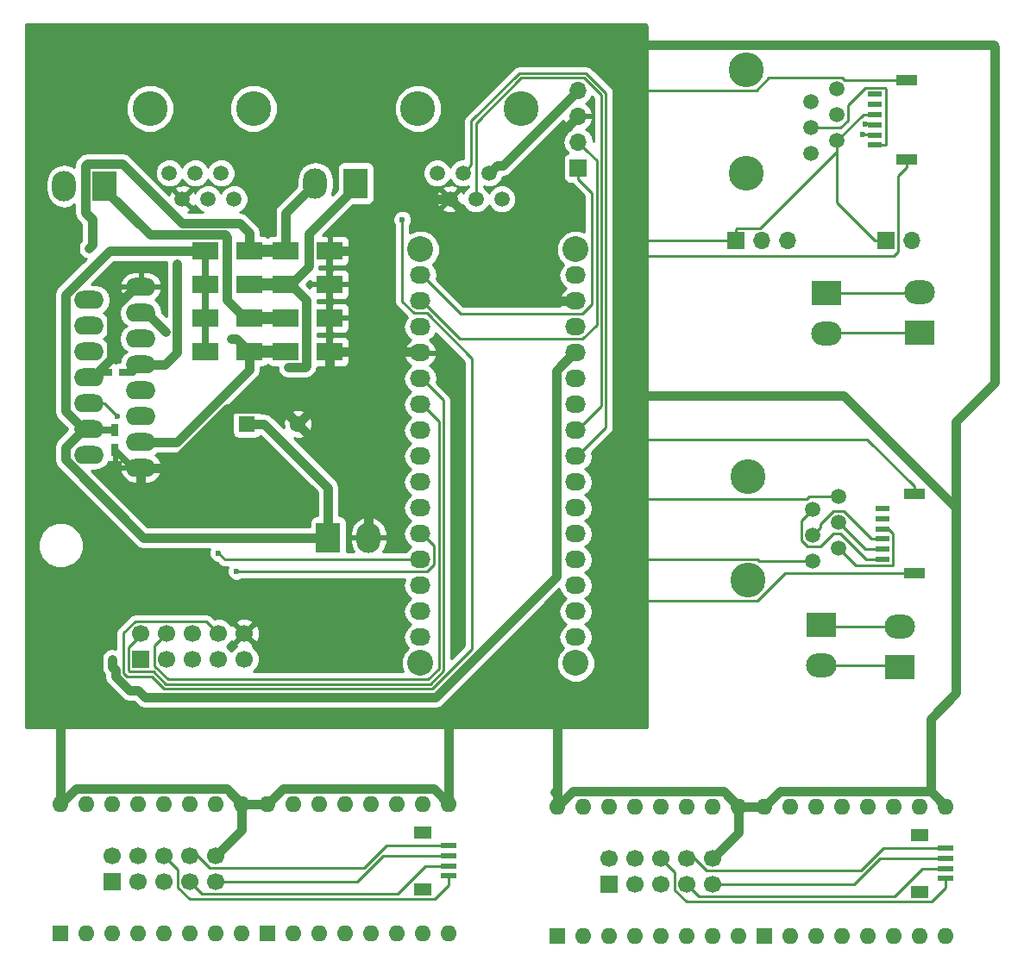
<source format=gtl>
G04 #@! TF.FileFunction,Copper,L1,Top,Signal*
%FSLAX46Y46*%
G04 Gerber Fmt 4.6, Leading zero omitted, Abs format (unit mm)*
G04 Created by KiCad (PCBNEW 4.0.7) date 12/12/17 11:06:34*
%MOMM*%
%LPD*%
G01*
G04 APERTURE LIST*
%ADD10C,0.100000*%
%ADD11R,1.600000X1.600000*%
%ADD12O,1.600000X1.600000*%
%ADD13R,1.700000X1.700000*%
%ADD14C,1.700000*%
%ADD15R,1.550000X0.600000*%
%ADD16R,1.800000X1.200000*%
%ADD17C,2.540000*%
%ADD18O,2.032000X1.727200*%
%ADD19C,1.520000*%
%ADD20C,3.429000*%
%ADD21O,1.700000X1.700000*%
%ADD22R,1.400000X0.600000*%
%ADD23R,2.000000X1.000000*%
%ADD24R,2.350000X3.000000*%
%ADD25O,2.350000X3.000000*%
%ADD26C,1.600000*%
%ADD27R,2.650000X1.750000*%
%ADD28O,2.921000X1.778000*%
%ADD29R,1.200000X0.750000*%
%ADD30R,0.750000X1.200000*%
%ADD31R,3.000000X2.350000*%
%ADD32O,3.000000X2.350000*%
%ADD33C,0.600000*%
%ADD34C,0.254000*%
%ADD35C,0.889000*%
%ADD36C,0.635000*%
%ADD37C,1.143000*%
G04 APERTURE END LIST*
D10*
D11*
X173228000Y-136144000D03*
D12*
X191008000Y-123444000D03*
X175768000Y-136144000D03*
X188468000Y-123444000D03*
X178308000Y-136144000D03*
X185928000Y-123444000D03*
X180848000Y-136144000D03*
X183388000Y-123444000D03*
X183388000Y-136144000D03*
X180848000Y-123444000D03*
X185928000Y-136144000D03*
X178308000Y-123444000D03*
X188468000Y-136144000D03*
X175768000Y-123444000D03*
X191008000Y-136144000D03*
X173228000Y-123444000D03*
D11*
X152908000Y-136144000D03*
D12*
X170688000Y-123444000D03*
X155448000Y-136144000D03*
X168148000Y-123444000D03*
X157988000Y-136144000D03*
X165608000Y-123444000D03*
X160528000Y-136144000D03*
X163068000Y-123444000D03*
X163068000Y-136144000D03*
X160528000Y-123444000D03*
X165608000Y-136144000D03*
X157988000Y-123444000D03*
X168148000Y-136144000D03*
X155448000Y-123444000D03*
X170688000Y-136144000D03*
X152908000Y-123444000D03*
D13*
X157988000Y-131064000D03*
D14*
X157988000Y-128524000D03*
X160528000Y-131064000D03*
X160528000Y-128524000D03*
X163068000Y-131064000D03*
X163068000Y-128524000D03*
X165608000Y-131064000D03*
X165608000Y-128524000D03*
X168148000Y-131064000D03*
X168148000Y-128524000D03*
D15*
X191008000Y-130524000D03*
X191008000Y-129524000D03*
X191008000Y-128524000D03*
X191008000Y-127524000D03*
D16*
X188483000Y-131824000D03*
X188483000Y-126224000D03*
D17*
X139446000Y-109347000D03*
D18*
X139446000Y-71247000D03*
X139446000Y-73787000D03*
X139446000Y-76327000D03*
X139446000Y-78867000D03*
X139446000Y-81407000D03*
X139446000Y-83947000D03*
X139446000Y-86487000D03*
X139446000Y-89027000D03*
X139446000Y-91567000D03*
X139446000Y-94107000D03*
X139446000Y-96647000D03*
X139446000Y-99187000D03*
X139446000Y-101727000D03*
X139446000Y-104267000D03*
X139446000Y-106807000D03*
X154686000Y-71247000D03*
X154686000Y-73787000D03*
X154686000Y-76327000D03*
X154686000Y-78867000D03*
X154686000Y-81407000D03*
X154686000Y-83947000D03*
X154686000Y-86487000D03*
X154686000Y-89027000D03*
X154686000Y-91567000D03*
X154686000Y-94107000D03*
X154686000Y-96647000D03*
X154686000Y-99187000D03*
X154686000Y-101727000D03*
X154686000Y-104267000D03*
X154686000Y-106807000D03*
D17*
X139446000Y-68707000D03*
X154686000Y-109347000D03*
X154686000Y-68707000D03*
D19*
X143637000Y-61214000D03*
X146177000Y-61214000D03*
X141097000Y-61214000D03*
X147447000Y-63754000D03*
X144907000Y-63754000D03*
X142367000Y-63754000D03*
D20*
X139192000Y-54864000D03*
X149352000Y-54864000D03*
D19*
X117348000Y-61214000D03*
X119888000Y-61214000D03*
X114808000Y-61214000D03*
X121158000Y-63754000D03*
X118618000Y-63754000D03*
X116078000Y-63754000D03*
D20*
X112903000Y-54864000D03*
X123063000Y-54864000D03*
D13*
X112014000Y-108966000D03*
D14*
X112014000Y-106426000D03*
X114554000Y-108966000D03*
X114554000Y-106426000D03*
X117094000Y-108966000D03*
X117094000Y-106426000D03*
X119634000Y-108966000D03*
X119634000Y-106426000D03*
X122174000Y-108966000D03*
X122174000Y-106426000D03*
D13*
X185166000Y-67818000D03*
D21*
X187706000Y-67818000D03*
D13*
X170434000Y-67818000D03*
D21*
X172974000Y-67818000D03*
X175514000Y-67818000D03*
D22*
X184073000Y-58470000D03*
X184073000Y-57470000D03*
X184073000Y-56470000D03*
X184073000Y-55470000D03*
X184073000Y-54470000D03*
X184073000Y-53470000D03*
D23*
X187198000Y-52070000D03*
X187198000Y-59870000D03*
D19*
X177800000Y-56769000D03*
X177800000Y-54229000D03*
X177800000Y-59309000D03*
X180340000Y-52959000D03*
X180340000Y-55499000D03*
X180340000Y-58039000D03*
D20*
X171450000Y-61214000D03*
X171450000Y-51054000D03*
D13*
X154940000Y-60706000D03*
D21*
X154940000Y-58166000D03*
X154940000Y-55626000D03*
X154940000Y-53086000D03*
D19*
X177927000Y-96774000D03*
X177927000Y-94234000D03*
X177927000Y-99314000D03*
X180467000Y-92964000D03*
X180467000Y-95504000D03*
X180467000Y-98044000D03*
D20*
X171577000Y-101219000D03*
X171577000Y-91059000D03*
D22*
X184785000Y-99155000D03*
X184785000Y-98155000D03*
X184785000Y-97155000D03*
X184785000Y-96155000D03*
X184785000Y-95155000D03*
X184785000Y-94155000D03*
D23*
X187910000Y-92755000D03*
X187910000Y-100555000D03*
D24*
X133096000Y-62230000D03*
D25*
X129136000Y-62230000D03*
D24*
X108458000Y-62484000D03*
D25*
X104498000Y-62484000D03*
D11*
X122428000Y-85852000D03*
D26*
X127428000Y-85852000D03*
D27*
X118382000Y-75438000D03*
X122682000Y-75438000D03*
X126256000Y-75438000D03*
X130556000Y-75438000D03*
X118364000Y-78740000D03*
X122664000Y-78740000D03*
X126256000Y-78740000D03*
X130556000Y-78740000D03*
X118382000Y-72136000D03*
X122682000Y-72136000D03*
X126256000Y-72136000D03*
X130556000Y-72136000D03*
X118364000Y-68834000D03*
X122664000Y-68834000D03*
X126238000Y-68834000D03*
X130538000Y-68834000D03*
D24*
X130406000Y-97028000D03*
D25*
X134366000Y-97028000D03*
D28*
X112014000Y-90170000D03*
X106934000Y-88900000D03*
X112014000Y-87630000D03*
X106934000Y-86360000D03*
X112014000Y-85090000D03*
X106934000Y-83820000D03*
X112014000Y-82550000D03*
X106934000Y-81280000D03*
X112014000Y-80010000D03*
X106934000Y-78740000D03*
X112014000Y-77470000D03*
X106934000Y-76200000D03*
X112014000Y-74930000D03*
X106934000Y-73660000D03*
X112014000Y-72390000D03*
D29*
X110490000Y-80772000D03*
X108590000Y-80772000D03*
D30*
X109474000Y-86492000D03*
X109474000Y-88392000D03*
D31*
X178829081Y-105595903D03*
D32*
X178829081Y-109555903D03*
D31*
X179324000Y-73002000D03*
D32*
X179324000Y-76962000D03*
D31*
X186480616Y-109716622D03*
D32*
X186480616Y-105756622D03*
D31*
X188468000Y-76858000D03*
D32*
X188468000Y-72898000D03*
D13*
X109220000Y-130810000D03*
D14*
X109220000Y-128270000D03*
X111760000Y-130810000D03*
X111760000Y-128270000D03*
X114300000Y-130810000D03*
X114300000Y-128270000D03*
X116840000Y-130810000D03*
X116840000Y-128270000D03*
X119380000Y-130810000D03*
X119380000Y-128270000D03*
D11*
X104140000Y-135890000D03*
D12*
X121920000Y-123190000D03*
X106680000Y-135890000D03*
X119380000Y-123190000D03*
X109220000Y-135890000D03*
X116840000Y-123190000D03*
X111760000Y-135890000D03*
X114300000Y-123190000D03*
X114300000Y-135890000D03*
X111760000Y-123190000D03*
X116840000Y-135890000D03*
X109220000Y-123190000D03*
X119380000Y-135890000D03*
X106680000Y-123190000D03*
X121920000Y-135890000D03*
X104140000Y-123190000D03*
D11*
X124460000Y-135890000D03*
D12*
X142240000Y-123190000D03*
X127000000Y-135890000D03*
X139700000Y-123190000D03*
X129540000Y-135890000D03*
X137160000Y-123190000D03*
X132080000Y-135890000D03*
X134620000Y-123190000D03*
X134620000Y-135890000D03*
X132080000Y-123190000D03*
X137160000Y-135890000D03*
X129540000Y-123190000D03*
X139700000Y-135890000D03*
X127000000Y-123190000D03*
X142240000Y-135890000D03*
X124460000Y-123190000D03*
D15*
X142240000Y-130270000D03*
X142240000Y-129270000D03*
X142240000Y-128270000D03*
X142240000Y-127270000D03*
D16*
X139715000Y-131570000D03*
X139715000Y-125970000D03*
D33*
X112014000Y-94488000D03*
X121412000Y-100330000D03*
X109728000Y-85090000D03*
X119634000Y-98552000D03*
X109220000Y-108966000D03*
X115570000Y-70104000D03*
X137668000Y-65786000D03*
X183134000Y-56388000D03*
X182880000Y-57404000D03*
X120904000Y-77470000D03*
X126492000Y-80264000D03*
X114426990Y-76771490D03*
X106934000Y-68580000D03*
D34*
X187910000Y-100555000D02*
X175267158Y-100555000D01*
X175267158Y-100555000D02*
X172558457Y-103263701D01*
X172558457Y-103263701D02*
X161429701Y-103263701D01*
X183285000Y-87376000D02*
X161036000Y-87376000D01*
X187910000Y-92755000D02*
X187910000Y-92001000D01*
X187910000Y-92001000D02*
X183285000Y-87376000D01*
X185936362Y-69342000D02*
X161290000Y-69342000D01*
X187198000Y-59870000D02*
X187198000Y-60624000D01*
X187198000Y-60624000D02*
X186346201Y-61475799D01*
X186346201Y-61475799D02*
X186346201Y-68932161D01*
X186346201Y-68932161D02*
X185936362Y-69342000D01*
X187198000Y-52070000D02*
X181064498Y-52070000D01*
X181064498Y-52070000D02*
X180863297Y-51868799D01*
X180863297Y-51868799D02*
X173661359Y-51868799D01*
X173661359Y-51868799D02*
X172431457Y-53098701D01*
X172431457Y-53098701D02*
X160794701Y-53098701D01*
X139446000Y-71247000D02*
X139598400Y-71247000D01*
X139598400Y-71247000D02*
X143383010Y-75031610D01*
X143383010Y-75031610D02*
X155353934Y-75031610D01*
X155353934Y-75031610D02*
X156286201Y-74099343D01*
X156286201Y-74099343D02*
X156286201Y-63156201D01*
X156286201Y-63156201D02*
X154940000Y-61810000D01*
X154940000Y-61810000D02*
X154940000Y-60706000D01*
X139446000Y-73787000D02*
X139598400Y-73787000D01*
X139598400Y-73787000D02*
X143332210Y-77520810D01*
X143332210Y-77520810D02*
X155332892Y-77520810D01*
X155332892Y-77520810D02*
X156743411Y-76110291D01*
X156743411Y-76110291D02*
X156743411Y-59969411D01*
X156743411Y-59969411D02*
X155789999Y-59015999D01*
X155789999Y-59015999D02*
X154940000Y-58166000D01*
X139446000Y-76327000D02*
X139598400Y-76327000D01*
X154838400Y-76327000D02*
X154686000Y-76327000D01*
D35*
X112014000Y-90170000D02*
X112014000Y-94488000D01*
X112014000Y-72390000D02*
X111442500Y-72390000D01*
X109093010Y-79397568D02*
X107210578Y-81280000D01*
X107210578Y-81280000D02*
X106934000Y-81280000D01*
X111442500Y-72390000D02*
X109093010Y-74739490D01*
X109093010Y-74739490D02*
X109093010Y-79397568D01*
X130556000Y-78740000D02*
X130556000Y-82724000D01*
X130556000Y-82724000D02*
X127428000Y-85852000D01*
X142367000Y-63754000D02*
X146177000Y-67564000D01*
X146177000Y-67564000D02*
X152400000Y-73787000D01*
X154940000Y-55626000D02*
X151638000Y-58928000D01*
X151638000Y-58928000D02*
X151638000Y-62103000D01*
X151638000Y-62103000D02*
X146177000Y-67564000D01*
X152400000Y-73787000D02*
X154686000Y-73787000D01*
X130538000Y-68834000D02*
X132752000Y-68834000D01*
X132752000Y-68834000D02*
X137832000Y-63754000D01*
X137832000Y-63754000D02*
X141292198Y-63754000D01*
X141292198Y-63754000D02*
X142367000Y-63754000D01*
X127428000Y-85852000D02*
X134366000Y-92790000D01*
X134366000Y-92790000D02*
X134366000Y-97028000D01*
X127428000Y-85852000D02*
X125929499Y-84353499D01*
X125929499Y-84353499D02*
X120430961Y-84353499D01*
X120430961Y-84353499D02*
X114614460Y-90170000D01*
X114614460Y-90170000D02*
X114363500Y-90170000D01*
X114363500Y-90170000D02*
X112014000Y-90170000D01*
X130556000Y-78740000D02*
X139319000Y-78740000D01*
X139319000Y-78740000D02*
X139446000Y-78867000D01*
D36*
X130556000Y-75438000D02*
X130556000Y-78740000D01*
X130556000Y-72136000D02*
X130556000Y-75438000D01*
X130538000Y-68834000D02*
X130538000Y-72118000D01*
X130538000Y-72118000D02*
X130556000Y-72136000D01*
X108590000Y-80772000D02*
X107442000Y-80772000D01*
X107442000Y-80772000D02*
X106934000Y-81280000D01*
X109474000Y-88392000D02*
X111252000Y-90170000D01*
X111252000Y-90170000D02*
X112014000Y-90170000D01*
D34*
X154533600Y-73787000D02*
X154686000Y-73787000D01*
X139293600Y-78867000D02*
X139446000Y-78867000D01*
X141706629Y-110101261D02*
X140403478Y-111404411D01*
X114488452Y-111404411D02*
X113281042Y-110197001D01*
X140403478Y-111404411D02*
X114488452Y-111404411D01*
X110859199Y-107734999D02*
X112422198Y-106172000D01*
X110782999Y-107811199D02*
X110859199Y-107734999D01*
X110782999Y-110120801D02*
X110782999Y-107811199D01*
X113281042Y-110197001D02*
X110859199Y-110197001D01*
X139446000Y-81407000D02*
X139598400Y-81407000D01*
X141706629Y-83515229D02*
X141706629Y-110101261D01*
X139598400Y-81407000D02*
X141706629Y-83515229D01*
X110859199Y-110197001D02*
X110782999Y-110120801D01*
X140214096Y-110947200D02*
X114677833Y-110947200D01*
X113704001Y-107275999D02*
X114554000Y-106426000D01*
X113373799Y-107606201D02*
X113704001Y-107275999D01*
X113373799Y-109643166D02*
X113373799Y-107606201D01*
X114677833Y-110947200D02*
X113373799Y-109643166D01*
X141249418Y-109911879D02*
X140214096Y-110947200D01*
X141249418Y-85598018D02*
X141249418Y-109911879D01*
X139598400Y-83947000D02*
X141249418Y-85598018D01*
X139446000Y-83947000D02*
X139598400Y-83947000D01*
X139573000Y-88900000D02*
X139446000Y-89027000D01*
X139598400Y-91567000D02*
X139446000Y-91567000D01*
X139598400Y-96647000D02*
X140792210Y-97840810D01*
X140792210Y-97840810D02*
X140792210Y-99681492D01*
X140792210Y-99681492D02*
X140092892Y-100380810D01*
X140092892Y-100380810D02*
X121462810Y-100380810D01*
X121462810Y-100380810D02*
X121412000Y-100330000D01*
X139598400Y-96647000D02*
X139446000Y-96647000D01*
X109728000Y-85090000D02*
X108458000Y-83820000D01*
X108458000Y-83820000D02*
X106934000Y-83820000D01*
X120269000Y-99187000D02*
X119634000Y-98552000D01*
X139446000Y-99187000D02*
X120269000Y-99187000D01*
X139293600Y-99187000D02*
X139446000Y-99187000D01*
D35*
X111760000Y-112014000D02*
X112433131Y-112687131D01*
X112433131Y-112687131D02*
X140934799Y-112687131D01*
X154533600Y-78867000D02*
X154686000Y-78867000D01*
X140934799Y-112687131D02*
X152781000Y-100840929D01*
X152781000Y-100840929D02*
X152781000Y-80619600D01*
X152781000Y-80619600D02*
X154533600Y-78867000D01*
X110862158Y-112014000D02*
X111760000Y-112014000D01*
X109500278Y-110652120D02*
X110862158Y-112014000D01*
X109220000Y-109725250D02*
X109500278Y-110005528D01*
X109220000Y-108966000D02*
X109220000Y-109725250D01*
X109500278Y-110005528D02*
X109500278Y-110652120D01*
X115570000Y-78803500D02*
X115570000Y-70104000D01*
X112014000Y-80010000D02*
X114363500Y-80010000D01*
X114363500Y-80010000D02*
X115570000Y-78803500D01*
X146177000Y-61214000D02*
X146936999Y-60454001D01*
X146936999Y-60454001D02*
X147571999Y-60454001D01*
X147571999Y-60454001D02*
X154090001Y-53935999D01*
X154090001Y-53935999D02*
X154940000Y-53086000D01*
D36*
X110490000Y-80772000D02*
X111252000Y-80772000D01*
X111252000Y-80772000D02*
X112014000Y-80010000D01*
D34*
X144907000Y-63754000D02*
X144907000Y-56282842D01*
X144907000Y-56282842D02*
X149334843Y-51854999D01*
X149334843Y-51854999D02*
X155530881Y-51854999D01*
X154838400Y-86487000D02*
X154686000Y-86487000D01*
X155530881Y-51854999D02*
X157200621Y-53524739D01*
X157200621Y-53524739D02*
X157200621Y-84124779D01*
X157200621Y-84124779D02*
X154838400Y-86487000D01*
X143637000Y-61214000D02*
X144449790Y-60401210D01*
X144449790Y-60401210D02*
X144449791Y-56093459D01*
X144449791Y-56093459D02*
X149145461Y-51397789D01*
X149145461Y-51397789D02*
X155720264Y-51397790D01*
X157657831Y-86207569D02*
X154838400Y-89027000D01*
X155720264Y-51397790D02*
X157657831Y-53335357D01*
X157657831Y-53335357D02*
X157657831Y-86207569D01*
X154838400Y-89027000D02*
X154686000Y-89027000D01*
X154838400Y-91567000D02*
X154686000Y-91567000D01*
X154533600Y-106807000D02*
X154686000Y-106807000D01*
X154686000Y-106807000D02*
X154058544Y-106807000D01*
X139446000Y-104267000D02*
X139293600Y-104267000D01*
X139293600Y-106807000D02*
X139446000Y-106807000D01*
X139446000Y-106807000D02*
X139598400Y-106807000D01*
X137668000Y-73849702D02*
X137668000Y-66210264D01*
X140092892Y-74980810D02*
X138799108Y-74980810D01*
X144526000Y-107928482D02*
X144526000Y-79413918D01*
X114299070Y-111861622D02*
X140592861Y-111861622D01*
X113091660Y-110654212D02*
X114299070Y-111861622D01*
X110325788Y-110310183D02*
X110669817Y-110654212D01*
X138799108Y-74980810D02*
X137668000Y-73849702D01*
X137668000Y-66210264D02*
X137668000Y-65786000D01*
X111447503Y-105245799D02*
X110325789Y-106367513D01*
X110325788Y-107621817D02*
X110325788Y-110310183D01*
X110325789Y-106367513D02*
X110325788Y-107621817D01*
X140592861Y-111861622D02*
X144526000Y-107928482D01*
X118453799Y-105245799D02*
X111447503Y-105245799D01*
X119634000Y-106426000D02*
X118453799Y-105245799D01*
X144526000Y-79413918D02*
X140092892Y-74980810D01*
X110669817Y-110654212D02*
X113091660Y-110654212D01*
X160782000Y-67818000D02*
X160528000Y-67564000D01*
X170434000Y-67818000D02*
X160782000Y-67818000D01*
X180340000Y-58039000D02*
X182909000Y-55470000D01*
X182909000Y-55470000D02*
X184073000Y-55470000D01*
X180340000Y-58039000D02*
X180340000Y-64096000D01*
X180340000Y-64096000D02*
X184062000Y-67818000D01*
X184062000Y-67818000D02*
X185166000Y-67818000D01*
X170434000Y-67818000D02*
X170434000Y-66714000D01*
X172816003Y-66637799D02*
X180340000Y-59113802D01*
X170434000Y-66714000D02*
X170510201Y-66637799D01*
X170510201Y-66637799D02*
X172816003Y-66637799D01*
X180340000Y-59113802D02*
X180340000Y-58039000D01*
X183134000Y-56388000D02*
X183991000Y-56388000D01*
X183991000Y-56388000D02*
X184073000Y-56470000D01*
X184073000Y-58470000D02*
X185027000Y-58470000D01*
X185027000Y-58470000D02*
X185103201Y-58393799D01*
X185103201Y-58393799D02*
X185103201Y-52905839D01*
X185103201Y-52905839D02*
X185037161Y-52839799D01*
X185037161Y-52839799D02*
X183108839Y-52839799D01*
X183108839Y-52839799D02*
X181430201Y-54518437D01*
X181430201Y-54518437D02*
X181430201Y-56022297D01*
X181430201Y-56022297D02*
X180683498Y-56769000D01*
X180683498Y-56769000D02*
X178874802Y-56769000D01*
X178874802Y-56769000D02*
X177800000Y-56769000D01*
X182880000Y-57404000D02*
X184007000Y-57404000D01*
X184007000Y-57404000D02*
X184073000Y-57470000D01*
X180340000Y-54962046D02*
X180340000Y-55499000D01*
X184785000Y-97155000D02*
X183731498Y-97155000D01*
X183731498Y-97155000D02*
X180990297Y-94413799D01*
X180990297Y-94413799D02*
X179943703Y-94413799D01*
X179943703Y-94413799D02*
X178686999Y-95670503D01*
X178686999Y-95670503D02*
X178686999Y-96014001D01*
X178686999Y-96014001D02*
X177927000Y-96774000D01*
X184785000Y-99155000D02*
X183191498Y-99155000D01*
X183191498Y-99155000D02*
X180630699Y-96594201D01*
X180630699Y-96594201D02*
X179943703Y-96594201D01*
X179943703Y-96594201D02*
X178673703Y-97864201D01*
X178673703Y-97864201D02*
X177403703Y-97864201D01*
X177403703Y-97864201D02*
X176836799Y-97297297D01*
X176836799Y-97297297D02*
X176836799Y-95324201D01*
X176836799Y-95324201D02*
X177167001Y-94993999D01*
X177167001Y-94993999D02*
X177927000Y-94234000D01*
X177927000Y-99314000D02*
X172698158Y-99314000D01*
X172698158Y-99314000D02*
X172558457Y-99174299D01*
X172558457Y-99174299D02*
X160667701Y-99174299D01*
X177329502Y-93218000D02*
X161290000Y-93218000D01*
X180467000Y-92964000D02*
X177583502Y-92964000D01*
X177583502Y-92964000D02*
X177329502Y-93218000D01*
X184785000Y-98155000D02*
X183118000Y-98155000D01*
X183118000Y-98155000D02*
X180467000Y-95504000D01*
X184785000Y-96155000D02*
X185379362Y-96155000D01*
X185379362Y-96155000D02*
X185815201Y-96590839D01*
X185815201Y-96590839D02*
X185815201Y-99719161D01*
X185815201Y-99719161D02*
X185749161Y-99785201D01*
X185749161Y-99785201D02*
X182208201Y-99785201D01*
X182208201Y-99785201D02*
X181226999Y-98803999D01*
X181226999Y-98803999D02*
X180467000Y-98044000D01*
D35*
X130406000Y-97028000D02*
X130406000Y-92141000D01*
X130406000Y-92141000D02*
X124117000Y-85852000D01*
X124117000Y-85852000D02*
X122428000Y-85852000D01*
X118364000Y-68834000D02*
X108943422Y-68834000D01*
X106362500Y-86360000D02*
X106934000Y-86360000D01*
X108943422Y-68834000D02*
X104584500Y-73192922D01*
X104584500Y-73192922D02*
X104584500Y-84582000D01*
X104584500Y-84582000D02*
X106362500Y-86360000D01*
X130406000Y-97028000D02*
X112245422Y-97028000D01*
X112245422Y-97028000D02*
X104584500Y-89367078D01*
X104584500Y-89367078D02*
X104584500Y-88138000D01*
X104584500Y-88138000D02*
X106362500Y-86360000D01*
D36*
X118382000Y-75438000D02*
X118382000Y-78722000D01*
X118382000Y-78722000D02*
X118364000Y-78740000D01*
X118382000Y-72136000D02*
X118382000Y-75438000D01*
X118364000Y-68834000D02*
X118364000Y-72118000D01*
X118364000Y-72118000D02*
X118382000Y-72136000D01*
X109474000Y-86492000D02*
X107066000Y-86492000D01*
X107066000Y-86492000D02*
X106934000Y-86360000D01*
D35*
X106934000Y-88900000D02*
X107505500Y-88900000D01*
X108458000Y-62484000D02*
X108458000Y-62809000D01*
X120468000Y-67480698D02*
X120468000Y-73674000D01*
X108458000Y-62809000D02*
X112909499Y-67260499D01*
X112909499Y-67260499D02*
X120247801Y-67260499D01*
X120247801Y-67260499D02*
X120468000Y-67480698D01*
X120468000Y-73674000D02*
X122232000Y-75438000D01*
X122232000Y-75438000D02*
X122682000Y-75438000D01*
D37*
X122682000Y-75438000D02*
X126256000Y-75438000D01*
D35*
X120904000Y-77470000D02*
X121394000Y-77470000D01*
X121394000Y-77470000D02*
X122664000Y-78740000D01*
X122664000Y-78740000D02*
X122664000Y-80504000D01*
X122664000Y-80504000D02*
X115538000Y-87630000D01*
X115538000Y-87630000D02*
X114363500Y-87630000D01*
X114363500Y-87630000D02*
X112014000Y-87630000D01*
D37*
X126256000Y-78740000D02*
X122664000Y-78740000D01*
D35*
X127254000Y-80313501D02*
X126492000Y-80313501D01*
X126256000Y-72136000D02*
X126706000Y-72136000D01*
X126706000Y-72136000D02*
X128279501Y-73709501D01*
X128279501Y-73709501D02*
X128279501Y-80173801D01*
X128279501Y-80173801D02*
X128139801Y-80313501D01*
X128139801Y-80313501D02*
X127254000Y-80313501D01*
X112014000Y-74930000D02*
X112585500Y-74930000D01*
X112585500Y-74930000D02*
X114426990Y-76771490D01*
X133096000Y-62230000D02*
X133096000Y-62555000D01*
X133096000Y-62555000D02*
X128470000Y-67181000D01*
X128470000Y-67181000D02*
X128470000Y-70372000D01*
X128470000Y-70372000D02*
X126706000Y-72136000D01*
D37*
X126256000Y-72136000D02*
X122682000Y-72136000D01*
D35*
X106934000Y-68580000D02*
X107233999Y-68280001D01*
X106584499Y-60425199D02*
X106724199Y-60285499D01*
X116023791Y-66117489D02*
X121711489Y-66117489D01*
X121711489Y-66117489D02*
X122664000Y-67070000D01*
X107233999Y-68280001D02*
X107233999Y-65740001D01*
X107233999Y-65740001D02*
X106584499Y-65090501D01*
X122664000Y-67070000D02*
X122664000Y-68834000D01*
X106584499Y-65090501D02*
X106584499Y-60425199D01*
X106724199Y-60285499D02*
X110191801Y-60285499D01*
X110191801Y-60285499D02*
X116023791Y-66117489D01*
X129136000Y-62230000D02*
X126238000Y-65128000D01*
X126238000Y-65128000D02*
X126238000Y-68834000D01*
D37*
X126238000Y-68834000D02*
X122664000Y-68834000D01*
X129136000Y-62230000D02*
X129136000Y-62555000D01*
D34*
X186480616Y-105756622D02*
X178989800Y-105756622D01*
X178989800Y-105756622D02*
X178829081Y-105595903D01*
X178829081Y-109555903D02*
X186319897Y-109555903D01*
X186319897Y-109555903D02*
X186480616Y-109716622D01*
X179324000Y-73002000D02*
X188364000Y-73002000D01*
X188364000Y-73002000D02*
X188468000Y-72898000D01*
X188468000Y-76858000D02*
X179428000Y-76858000D01*
X179428000Y-76858000D02*
X179324000Y-76962000D01*
X163068000Y-128524000D02*
X164427799Y-129883799D01*
X164427799Y-131630497D02*
X165551503Y-132754201D01*
X164427799Y-129883799D02*
X164427799Y-131630497D01*
X165551503Y-132754201D02*
X189647161Y-132754201D01*
X189647161Y-132754201D02*
X191008000Y-131393362D01*
X191008000Y-131078000D02*
X191008000Y-130524000D01*
X191008000Y-131393362D02*
X191008000Y-131078000D01*
X114300000Y-128270000D02*
X115659799Y-129629799D01*
X115659799Y-129629799D02*
X115659799Y-131376497D01*
X115659799Y-131376497D02*
X116783503Y-132500201D01*
X116783503Y-132500201D02*
X140879161Y-132500201D01*
X140879161Y-132500201D02*
X142240000Y-131139362D01*
X142240000Y-131139362D02*
X142240000Y-130824000D01*
X142240000Y-130824000D02*
X142240000Y-130270000D01*
X185968437Y-132244201D02*
X188688638Y-129524000D01*
X165608000Y-131064000D02*
X166788201Y-132244201D01*
X166788201Y-132244201D02*
X185968437Y-132244201D01*
X188688638Y-129524000D02*
X191008000Y-129524000D01*
X116840000Y-130810000D02*
X118020201Y-131990201D01*
X139920638Y-129270000D02*
X142240000Y-129270000D01*
X118020201Y-131990201D02*
X137200437Y-131990201D01*
X137200437Y-131990201D02*
X139920638Y-129270000D01*
X182664999Y-129755001D02*
X184896000Y-127524000D01*
X165608000Y-128524000D02*
X166326118Y-128524000D01*
X166326118Y-128524000D02*
X167557119Y-129755001D01*
X167557119Y-129755001D02*
X182664999Y-129755001D01*
X184896000Y-127524000D02*
X191008000Y-127524000D01*
X133896999Y-129501001D02*
X136128000Y-127270000D01*
X136128000Y-127270000D02*
X142240000Y-127270000D01*
X116840000Y-128270000D02*
X117558118Y-128270000D01*
X117558118Y-128270000D02*
X118789119Y-129501001D01*
X118789119Y-129501001D02*
X133896999Y-129501001D01*
X182002592Y-131064000D02*
X184542592Y-128524000D01*
X184542592Y-128524000D02*
X189979000Y-128524000D01*
X168148000Y-131064000D02*
X182002592Y-131064000D01*
X189979000Y-128524000D02*
X191008000Y-128524000D01*
X119380000Y-130810000D02*
X133234592Y-130810000D01*
X133234592Y-130810000D02*
X135774592Y-128270000D01*
X141211000Y-128270000D02*
X142240000Y-128270000D01*
X135774592Y-128270000D02*
X141211000Y-128270000D01*
D35*
X195834000Y-48768000D02*
X195706999Y-48640999D01*
X195706999Y-48640999D02*
X161163001Y-48640999D01*
X195834000Y-81788000D02*
X195834000Y-48768000D01*
X192024000Y-85598000D02*
X195834000Y-81788000D01*
X192024000Y-94111698D02*
X192024000Y-85598000D01*
X180970302Y-83058000D02*
X161290000Y-83058000D01*
X192024000Y-94111698D02*
X180970302Y-83058000D01*
X192024000Y-112318998D02*
X192024000Y-94111698D01*
X189509499Y-114833499D02*
X192024000Y-112318998D01*
X189509499Y-121945499D02*
X189509499Y-114833499D01*
X152908000Y-123444000D02*
X152908000Y-114808000D01*
X152908000Y-123444000D02*
X152908000Y-122312630D01*
X152908000Y-122312630D02*
X152654000Y-122058630D01*
X104140000Y-122058630D02*
X104140000Y-115062000D01*
X104140000Y-123190000D02*
X104140000Y-122058630D01*
X142240000Y-123190000D02*
X142240000Y-115062000D01*
X174726501Y-121945499D02*
X189509499Y-121945499D01*
X189509499Y-121945499D02*
X190208001Y-122644001D01*
X190208001Y-122644001D02*
X191008000Y-123444000D01*
X170688000Y-123444000D02*
X169189499Y-121945499D01*
X173228000Y-123444000D02*
X174726501Y-121945499D01*
X170688000Y-123444000D02*
X170688000Y-125984000D01*
X170688000Y-125984000D02*
X168148000Y-128524000D01*
X169189499Y-121945499D02*
X154406501Y-121945499D01*
X153707999Y-122644001D02*
X152908000Y-123444000D01*
X154406501Y-121945499D02*
X153707999Y-122644001D01*
X170688000Y-123444000D02*
X173228000Y-123444000D01*
X121920000Y-123190000D02*
X120421499Y-121691499D01*
X120421499Y-121691499D02*
X105638501Y-121691499D01*
X105638501Y-121691499D02*
X104939999Y-122390001D01*
X104939999Y-122390001D02*
X104140000Y-123190000D01*
X124460000Y-123190000D02*
X125958501Y-121691499D01*
X125958501Y-121691499D02*
X140741499Y-121691499D01*
X140741499Y-121691499D02*
X141440001Y-122390001D01*
X141440001Y-122390001D02*
X142240000Y-123190000D01*
X121920000Y-123190000D02*
X124460000Y-123190000D01*
X121920000Y-123190000D02*
X121920000Y-125730000D01*
X121920000Y-125730000D02*
X119380000Y-128270000D01*
D34*
G36*
X161671000Y-46788606D02*
X161671000Y-115697000D01*
X100711000Y-115697000D01*
X100711000Y-98232619D01*
X101904613Y-98232619D01*
X102244155Y-99054372D01*
X102872321Y-99683636D01*
X103693481Y-100024611D01*
X104582619Y-100025387D01*
X105404372Y-99685845D01*
X106033636Y-99057679D01*
X106374611Y-98236519D01*
X106375387Y-97347381D01*
X106035845Y-96525628D01*
X105407679Y-95896364D01*
X104586519Y-95555389D01*
X103697381Y-95554613D01*
X102875628Y-95894155D01*
X102246364Y-96522321D01*
X101905389Y-97343481D01*
X101904613Y-98232619D01*
X100711000Y-98232619D01*
X100711000Y-62117173D01*
X102688000Y-62117173D01*
X102688000Y-62850827D01*
X102825778Y-63543484D01*
X103218137Y-64130690D01*
X103805343Y-64523049D01*
X104498000Y-64660827D01*
X105190657Y-64523049D01*
X105504999Y-64313012D01*
X105504999Y-65090501D01*
X105587171Y-65503608D01*
X105821177Y-65853823D01*
X106154499Y-66187145D01*
X106154499Y-67840892D01*
X105936672Y-68166893D01*
X105854500Y-68580000D01*
X105936672Y-68993107D01*
X106170678Y-69343322D01*
X106520893Y-69577328D01*
X106648140Y-69602639D01*
X103821178Y-72429600D01*
X103587172Y-72779815D01*
X103505000Y-73192922D01*
X103505000Y-84582000D01*
X103587172Y-84995107D01*
X103821178Y-85345322D01*
X104803819Y-86327963D01*
X104797447Y-86360000D01*
X104803819Y-86392037D01*
X103821178Y-87374678D01*
X103587172Y-87724893D01*
X103505000Y-88138000D01*
X103505000Y-89367078D01*
X103587172Y-89780185D01*
X103821178Y-90130400D01*
X111482100Y-97791322D01*
X111832315Y-98025328D01*
X112245422Y-98107500D01*
X118806169Y-98107500D01*
X118699162Y-98365201D01*
X118698838Y-98737167D01*
X118840883Y-99080943D01*
X119103673Y-99344192D01*
X119447201Y-99486838D01*
X119491246Y-99486876D01*
X119730185Y-99725816D01*
X119840721Y-99799673D01*
X119977395Y-99890996D01*
X120269000Y-99949000D01*
X120557802Y-99949000D01*
X120477162Y-100143201D01*
X120476838Y-100515167D01*
X120618883Y-100858943D01*
X120881673Y-101122192D01*
X121225201Y-101264838D01*
X121597167Y-101265162D01*
X121893282Y-101142810D01*
X137883879Y-101142810D01*
X137876729Y-101153511D01*
X137762655Y-101727000D01*
X137876729Y-102300489D01*
X138201585Y-102786670D01*
X138516366Y-102997000D01*
X138201585Y-103207330D01*
X137876729Y-103693511D01*
X137762655Y-104267000D01*
X137876729Y-104840489D01*
X138201585Y-105326670D01*
X138516366Y-105537000D01*
X138201585Y-105747330D01*
X137876729Y-106233511D01*
X137762655Y-106807000D01*
X137876729Y-107380489D01*
X138201585Y-107866670D01*
X138220095Y-107879038D01*
X137831961Y-108266495D01*
X137541332Y-108966410D01*
X137540670Y-109724265D01*
X137731124Y-110185200D01*
X123054613Y-110185200D01*
X123432188Y-109808283D01*
X123658742Y-109262681D01*
X123659257Y-108671911D01*
X123433656Y-108125914D01*
X123016283Y-107707812D01*
X122968688Y-107688049D01*
X123038353Y-107469958D01*
X122174000Y-106605605D01*
X121309647Y-107469958D01*
X121379181Y-107687640D01*
X121333914Y-107706344D01*
X120915812Y-108123717D01*
X120904252Y-108151557D01*
X120893656Y-108125914D01*
X120476283Y-107707812D01*
X120448443Y-107696252D01*
X120474086Y-107685656D01*
X120892188Y-107268283D01*
X120911951Y-107220688D01*
X121130042Y-107290353D01*
X121994395Y-106426000D01*
X122353605Y-106426000D01*
X123217958Y-107290353D01*
X123469259Y-107210080D01*
X123670718Y-106654721D01*
X123644315Y-106064542D01*
X123469259Y-105641920D01*
X123217958Y-105561647D01*
X122353605Y-106426000D01*
X121994395Y-106426000D01*
X121130042Y-105561647D01*
X120912360Y-105631181D01*
X120893656Y-105585914D01*
X120690140Y-105382042D01*
X121309647Y-105382042D01*
X122174000Y-106246395D01*
X123038353Y-105382042D01*
X122958080Y-105130741D01*
X122402721Y-104929282D01*
X121812542Y-104955685D01*
X121389920Y-105130741D01*
X121309647Y-105382042D01*
X120690140Y-105382042D01*
X120476283Y-105167812D01*
X119930681Y-104941258D01*
X119339911Y-104940743D01*
X119259570Y-104973939D01*
X118992614Y-104706984D01*
X118745404Y-104541803D01*
X118453799Y-104483799D01*
X111447503Y-104483799D01*
X111155898Y-104541803D01*
X110908688Y-104706984D01*
X109786974Y-105828698D01*
X109621793Y-106075907D01*
X109563789Y-106367512D01*
X109563788Y-107621816D01*
X109563788Y-107954884D01*
X109220000Y-107886500D01*
X108806893Y-107968672D01*
X108456678Y-108202678D01*
X108222672Y-108552893D01*
X108140500Y-108966000D01*
X108140500Y-109725250D01*
X108222672Y-110138357D01*
X108420778Y-110434844D01*
X108420778Y-110652120D01*
X108502950Y-111065227D01*
X108736956Y-111415442D01*
X110098836Y-112777322D01*
X110449051Y-113011328D01*
X110862158Y-113093500D01*
X111312856Y-113093500D01*
X111669809Y-113450453D01*
X112020024Y-113684459D01*
X112433131Y-113766631D01*
X140934799Y-113766631D01*
X141347906Y-113684459D01*
X141698121Y-113450453D01*
X153072158Y-102076415D01*
X153116729Y-102300489D01*
X153441585Y-102786670D01*
X153756366Y-102997000D01*
X153441585Y-103207330D01*
X153116729Y-103693511D01*
X153002655Y-104267000D01*
X153116729Y-104840489D01*
X153441585Y-105326670D01*
X153756366Y-105537000D01*
X153441585Y-105747330D01*
X153116729Y-106233511D01*
X153002655Y-106807000D01*
X153116729Y-107380489D01*
X153441585Y-107866670D01*
X153460095Y-107879038D01*
X153071961Y-108266495D01*
X152781332Y-108966410D01*
X152780670Y-109724265D01*
X153070078Y-110424686D01*
X153605495Y-110961039D01*
X154305410Y-111251668D01*
X155063265Y-111252330D01*
X155763686Y-110962922D01*
X156300039Y-110427505D01*
X156590668Y-109727590D01*
X156591330Y-108969735D01*
X156301922Y-108269314D01*
X155912158Y-107878869D01*
X155930415Y-107866670D01*
X156255271Y-107380489D01*
X156369345Y-106807000D01*
X156255271Y-106233511D01*
X155930415Y-105747330D01*
X155615634Y-105537000D01*
X155930415Y-105326670D01*
X156255271Y-104840489D01*
X156369345Y-104267000D01*
X156255271Y-103693511D01*
X155930415Y-103207330D01*
X155615634Y-102997000D01*
X155930415Y-102786670D01*
X156255271Y-102300489D01*
X156369345Y-101727000D01*
X156255271Y-101153511D01*
X155930415Y-100667330D01*
X155615634Y-100457000D01*
X155930415Y-100246670D01*
X156255271Y-99760489D01*
X156369345Y-99187000D01*
X156255271Y-98613511D01*
X155930415Y-98127330D01*
X155615634Y-97917000D01*
X155930415Y-97706670D01*
X156255271Y-97220489D01*
X156369345Y-96647000D01*
X156255271Y-96073511D01*
X155930415Y-95587330D01*
X155615634Y-95377000D01*
X155930415Y-95166670D01*
X156255271Y-94680489D01*
X156369345Y-94107000D01*
X156255271Y-93533511D01*
X155930415Y-93047330D01*
X155615634Y-92837000D01*
X155930415Y-92626670D01*
X156255271Y-92140489D01*
X156369345Y-91567000D01*
X156255271Y-90993511D01*
X155930415Y-90507330D01*
X155615634Y-90297000D01*
X155930415Y-90086670D01*
X156255271Y-89600489D01*
X156369345Y-89027000D01*
X156294135Y-88648895D01*
X158196647Y-86746384D01*
X158361828Y-86499173D01*
X158419831Y-86207569D01*
X158419831Y-53335357D01*
X158370231Y-53086000D01*
X158361828Y-53043753D01*
X158196647Y-52796542D01*
X156259079Y-50858975D01*
X156259078Y-50858974D01*
X156011869Y-50693794D01*
X155720264Y-50635790D01*
X149145461Y-50635789D01*
X148853856Y-50693793D01*
X148606645Y-50858974D01*
X143910976Y-55554644D01*
X143745795Y-55801854D01*
X143687791Y-56093459D01*
X143687790Y-59819043D01*
X143360735Y-59818758D01*
X142847828Y-60030687D01*
X142455066Y-60422764D01*
X142367046Y-60634738D01*
X142280313Y-60424828D01*
X141888236Y-60032066D01*
X141375700Y-59819242D01*
X140820735Y-59818758D01*
X140307828Y-60030687D01*
X139915066Y-60422764D01*
X139702242Y-60935300D01*
X139701758Y-61490265D01*
X139913687Y-62003172D01*
X140305764Y-62395934D01*
X140818300Y-62608758D01*
X141373265Y-62609242D01*
X141886172Y-62397313D01*
X142278934Y-62005236D01*
X142366954Y-61793262D01*
X142453687Y-62003172D01*
X142845764Y-62395934D01*
X143358300Y-62608758D01*
X143913265Y-62609242D01*
X144145000Y-62513491D01*
X144145000Y-62559460D01*
X144117828Y-62570687D01*
X143725066Y-62962764D01*
X143643609Y-63158934D01*
X143587742Y-63024059D01*
X143345764Y-62954841D01*
X142546605Y-63754000D01*
X143345764Y-64553159D01*
X143587742Y-64483941D01*
X143639382Y-64339138D01*
X143723687Y-64543172D01*
X144115764Y-64935934D01*
X144628300Y-65148758D01*
X145183265Y-65149242D01*
X145696172Y-64937313D01*
X146088934Y-64545236D01*
X146176954Y-64333262D01*
X146263687Y-64543172D01*
X146655764Y-64935934D01*
X147168300Y-65148758D01*
X147723265Y-65149242D01*
X148236172Y-64937313D01*
X148628934Y-64545236D01*
X148841758Y-64032700D01*
X148842242Y-63477735D01*
X148630313Y-62964828D01*
X148238236Y-62572066D01*
X147725700Y-62359242D01*
X147170735Y-62358758D01*
X146657828Y-62570687D01*
X146265066Y-62962764D01*
X146177046Y-63174738D01*
X146090313Y-62964828D01*
X145698236Y-62572066D01*
X145669000Y-62559926D01*
X145669000Y-62513544D01*
X145898300Y-62608758D01*
X146453265Y-62609242D01*
X146966172Y-62397313D01*
X147358934Y-62005236D01*
X147554816Y-61533501D01*
X147571999Y-61533501D01*
X147985106Y-61451329D01*
X148335321Y-61217323D01*
X153519386Y-56033258D01*
X153668355Y-56392924D01*
X154058642Y-56821183D01*
X154201553Y-56888298D01*
X153860853Y-57115946D01*
X153538946Y-57597715D01*
X153425907Y-58166000D01*
X153538946Y-58734285D01*
X153860853Y-59216054D01*
X153902452Y-59243850D01*
X153854683Y-59252838D01*
X153638559Y-59391910D01*
X153493569Y-59604110D01*
X153442560Y-59856000D01*
X153442560Y-61556000D01*
X153486838Y-61791317D01*
X153625910Y-62007441D01*
X153838110Y-62152431D01*
X154090000Y-62203440D01*
X154304048Y-62203440D01*
X154309319Y-62211328D01*
X154401185Y-62348815D01*
X155524201Y-63471832D01*
X155524201Y-66992348D01*
X155066590Y-66802332D01*
X154308735Y-66801670D01*
X153608314Y-67091078D01*
X153071961Y-67626495D01*
X152781332Y-68326410D01*
X152780670Y-69084265D01*
X153070078Y-69784686D01*
X153459842Y-70175131D01*
X153441585Y-70187330D01*
X153116729Y-70673511D01*
X153002655Y-71247000D01*
X153116729Y-71820489D01*
X153441585Y-72306670D01*
X153751069Y-72513461D01*
X153335268Y-72884964D01*
X153081291Y-73412209D01*
X153078642Y-73427974D01*
X153199783Y-73660000D01*
X154559000Y-73660000D01*
X154559000Y-73640000D01*
X154813000Y-73640000D01*
X154813000Y-73660000D01*
X154833000Y-73660000D01*
X154833000Y-73914000D01*
X154813000Y-73914000D01*
X154813000Y-73934000D01*
X154559000Y-73934000D01*
X154559000Y-73914000D01*
X153199783Y-73914000D01*
X153078642Y-74146026D01*
X153081291Y-74161791D01*
X153133228Y-74269610D01*
X143698641Y-74269610D01*
X141054135Y-71625105D01*
X141129345Y-71247000D01*
X141015271Y-70673511D01*
X140690415Y-70187330D01*
X140671905Y-70174962D01*
X141060039Y-69787505D01*
X141350668Y-69087590D01*
X141351330Y-68329735D01*
X141061922Y-67629314D01*
X140526505Y-67092961D01*
X139826590Y-66802332D01*
X139068735Y-66801670D01*
X138430000Y-67065590D01*
X138430000Y-66346466D01*
X138460192Y-66316327D01*
X138602838Y-65972799D01*
X138603162Y-65600833D01*
X138461117Y-65257057D01*
X138198327Y-64993808D01*
X137854799Y-64851162D01*
X137482833Y-64850838D01*
X137139057Y-64992883D01*
X136875808Y-65255673D01*
X136733162Y-65599201D01*
X136732838Y-65971167D01*
X136874883Y-66314943D01*
X136906000Y-66346114D01*
X136906000Y-73849702D01*
X136964004Y-74141307D01*
X137032094Y-74243210D01*
X137129185Y-74388517D01*
X138124045Y-75383377D01*
X137876729Y-75753511D01*
X137762655Y-76327000D01*
X137876729Y-76900489D01*
X138201585Y-77386670D01*
X138511069Y-77593461D01*
X138095268Y-77964964D01*
X137841291Y-78492209D01*
X137838642Y-78507974D01*
X137959783Y-78740000D01*
X139319000Y-78740000D01*
X139319000Y-78720000D01*
X139573000Y-78720000D01*
X139573000Y-78740000D01*
X140932217Y-78740000D01*
X141053358Y-78507974D01*
X141050709Y-78492209D01*
X140796732Y-77964964D01*
X140380931Y-77593461D01*
X140690415Y-77386670D01*
X140983095Y-76948643D01*
X143764000Y-79729549D01*
X143764000Y-107612851D01*
X142468629Y-108908223D01*
X142468629Y-83515229D01*
X142410625Y-83223624D01*
X142245444Y-82976414D01*
X141054135Y-81785105D01*
X141129345Y-81407000D01*
X141015271Y-80833511D01*
X140690415Y-80347330D01*
X140380931Y-80140539D01*
X140796732Y-79769036D01*
X141050709Y-79241791D01*
X141053358Y-79226026D01*
X140932217Y-78994000D01*
X139573000Y-78994000D01*
X139573000Y-79014000D01*
X139319000Y-79014000D01*
X139319000Y-78994000D01*
X137959783Y-78994000D01*
X137838642Y-79226026D01*
X137841291Y-79241791D01*
X138095268Y-79769036D01*
X138511069Y-80140539D01*
X138201585Y-80347330D01*
X137876729Y-80833511D01*
X137762655Y-81407000D01*
X137876729Y-81980489D01*
X138201585Y-82466670D01*
X138516366Y-82677000D01*
X138201585Y-82887330D01*
X137876729Y-83373511D01*
X137762655Y-83947000D01*
X137876729Y-84520489D01*
X138201585Y-85006670D01*
X138516366Y-85217000D01*
X138201585Y-85427330D01*
X137876729Y-85913511D01*
X137762655Y-86487000D01*
X137876729Y-87060489D01*
X138201585Y-87546670D01*
X138516366Y-87757000D01*
X138201585Y-87967330D01*
X137876729Y-88453511D01*
X137762655Y-89027000D01*
X137876729Y-89600489D01*
X138201585Y-90086670D01*
X138516366Y-90297000D01*
X138201585Y-90507330D01*
X137876729Y-90993511D01*
X137762655Y-91567000D01*
X137876729Y-92140489D01*
X138201585Y-92626670D01*
X138516366Y-92837000D01*
X138201585Y-93047330D01*
X137876729Y-93533511D01*
X137762655Y-94107000D01*
X137876729Y-94680489D01*
X138201585Y-95166670D01*
X138516366Y-95377000D01*
X138201585Y-95587330D01*
X137876729Y-96073511D01*
X137762655Y-96647000D01*
X137876729Y-97220489D01*
X138201585Y-97706670D01*
X138516366Y-97917000D01*
X138201585Y-98127330D01*
X138002688Y-98425000D01*
X135786651Y-98425000D01*
X135989621Y-98162990D01*
X136176000Y-97480000D01*
X136176000Y-97155000D01*
X134493000Y-97155000D01*
X134493000Y-97175000D01*
X134239000Y-97175000D01*
X134239000Y-97155000D01*
X132556000Y-97155000D01*
X132556000Y-97480000D01*
X132742379Y-98162990D01*
X132945349Y-98425000D01*
X132228440Y-98425000D01*
X132228440Y-96576000D01*
X132556000Y-96576000D01*
X132556000Y-96901000D01*
X134239000Y-96901000D01*
X134239000Y-95056641D01*
X134493000Y-95056641D01*
X134493000Y-96901000D01*
X136176000Y-96901000D01*
X136176000Y-96576000D01*
X135989621Y-95893010D01*
X135556060Y-95333334D01*
X134941324Y-94982177D01*
X134773885Y-94939557D01*
X134493000Y-95056641D01*
X134239000Y-95056641D01*
X133958115Y-94939557D01*
X133790676Y-94982177D01*
X133175940Y-95333334D01*
X132742379Y-95893010D01*
X132556000Y-96576000D01*
X132228440Y-96576000D01*
X132228440Y-95528000D01*
X132184162Y-95292683D01*
X132045090Y-95076559D01*
X131832890Y-94931569D01*
X131581000Y-94880560D01*
X131485500Y-94880560D01*
X131485500Y-92141000D01*
X131403328Y-91727893D01*
X131169322Y-91377678D01*
X127022929Y-87231285D01*
X127211223Y-87298965D01*
X127781454Y-87271778D01*
X128182005Y-87105864D01*
X128256139Y-86859745D01*
X127428000Y-86031605D01*
X127413858Y-86045748D01*
X127234252Y-85866142D01*
X127248395Y-85852000D01*
X127607605Y-85852000D01*
X128435745Y-86680139D01*
X128681864Y-86606005D01*
X128874965Y-86068777D01*
X128847778Y-85498546D01*
X128681864Y-85097995D01*
X128435745Y-85023861D01*
X127607605Y-85852000D01*
X127248395Y-85852000D01*
X126420255Y-85023861D01*
X126174136Y-85097995D01*
X125981035Y-85635223D01*
X126008222Y-86205454D01*
X126016088Y-86224444D01*
X124880322Y-85088678D01*
X124530107Y-84854672D01*
X124477738Y-84844255D01*
X126599861Y-84844255D01*
X127428000Y-85672395D01*
X128256139Y-84844255D01*
X128182005Y-84598136D01*
X127644777Y-84405035D01*
X127074546Y-84432222D01*
X126673995Y-84598136D01*
X126599861Y-84844255D01*
X124477738Y-84844255D01*
X124117000Y-84772500D01*
X123802731Y-84772500D01*
X123692090Y-84600559D01*
X123479890Y-84455569D01*
X123228000Y-84404560D01*
X121628000Y-84404560D01*
X121392683Y-84448838D01*
X121176559Y-84587910D01*
X121031569Y-84800110D01*
X120980560Y-85052000D01*
X120980560Y-86652000D01*
X121024838Y-86887317D01*
X121163910Y-87103441D01*
X121376110Y-87248431D01*
X121628000Y-87299440D01*
X123228000Y-87299440D01*
X123463317Y-87255162D01*
X123679441Y-87116090D01*
X123750479Y-87012123D01*
X129326500Y-92588144D01*
X129326500Y-94880560D01*
X129231000Y-94880560D01*
X128995683Y-94924838D01*
X128779559Y-95063910D01*
X128634569Y-95276110D01*
X128583560Y-95528000D01*
X128583560Y-95948500D01*
X112692566Y-95948500D01*
X107277079Y-90533013D01*
X109962366Y-90533013D01*
X109985907Y-90635878D01*
X110275067Y-91157829D01*
X110741958Y-91529392D01*
X111315500Y-91694000D01*
X111887000Y-91694000D01*
X111887000Y-90297000D01*
X112141000Y-90297000D01*
X112141000Y-91694000D01*
X112712500Y-91694000D01*
X113286042Y-91529392D01*
X113752933Y-91157829D01*
X114042093Y-90635878D01*
X114065634Y-90533013D01*
X113944830Y-90297000D01*
X112141000Y-90297000D01*
X111887000Y-90297000D01*
X110083170Y-90297000D01*
X109962366Y-90533013D01*
X107277079Y-90533013D01*
X107168066Y-90424000D01*
X107546553Y-90424000D01*
X108129763Y-90307992D01*
X108624184Y-89977631D01*
X108883228Y-89589944D01*
X108972690Y-89627000D01*
X109188250Y-89627000D01*
X109347000Y-89468250D01*
X109347000Y-88519000D01*
X109327000Y-88519000D01*
X109327000Y-88265000D01*
X109347000Y-88265000D01*
X109347000Y-88245000D01*
X109601000Y-88245000D01*
X109601000Y-88265000D01*
X109621000Y-88265000D01*
X109621000Y-88519000D01*
X109601000Y-88519000D01*
X109601000Y-89468250D01*
X109759750Y-89627000D01*
X109975310Y-89627000D01*
X110044513Y-89598335D01*
X109985907Y-89704122D01*
X109962366Y-89806987D01*
X110083170Y-90043000D01*
X111887000Y-90043000D01*
X111887000Y-90023000D01*
X112141000Y-90023000D01*
X112141000Y-90043000D01*
X113944830Y-90043000D01*
X114065634Y-89806987D01*
X114042093Y-89704122D01*
X113752933Y-89182171D01*
X113406545Y-88906507D01*
X113701387Y-88709500D01*
X115538000Y-88709500D01*
X115951107Y-88627328D01*
X116301322Y-88393322D01*
X123427322Y-81267322D01*
X123661328Y-80917107D01*
X123743500Y-80504000D01*
X123743500Y-80262440D01*
X123989000Y-80262440D01*
X124224317Y-80218162D01*
X124440441Y-80079090D01*
X124458264Y-80053005D01*
X124466910Y-80066441D01*
X124679110Y-80211431D01*
X124931000Y-80262440D01*
X125422657Y-80262440D01*
X125412500Y-80313501D01*
X125494672Y-80726608D01*
X125728678Y-81076823D01*
X126078893Y-81310829D01*
X126492000Y-81393001D01*
X128139801Y-81393001D01*
X128552908Y-81310829D01*
X128903123Y-81076823D01*
X129042823Y-80937123D01*
X129112054Y-80833511D01*
X129276829Y-80586908D01*
X129303903Y-80450799D01*
X129343845Y-80250000D01*
X130270250Y-80250000D01*
X130429000Y-80091250D01*
X130429000Y-78867000D01*
X130683000Y-78867000D01*
X130683000Y-80091250D01*
X130841750Y-80250000D01*
X132007309Y-80250000D01*
X132240698Y-80153327D01*
X132419327Y-79974699D01*
X132516000Y-79741310D01*
X132516000Y-79025750D01*
X132357250Y-78867000D01*
X130683000Y-78867000D01*
X130429000Y-78867000D01*
X130409000Y-78867000D01*
X130409000Y-78613000D01*
X130429000Y-78613000D01*
X130429000Y-77388750D01*
X130683000Y-77388750D01*
X130683000Y-78613000D01*
X132357250Y-78613000D01*
X132516000Y-78454250D01*
X132516000Y-77738690D01*
X132419327Y-77505301D01*
X132240698Y-77326673D01*
X132007309Y-77230000D01*
X130841750Y-77230000D01*
X130683000Y-77388750D01*
X130429000Y-77388750D01*
X130270250Y-77230000D01*
X129359001Y-77230000D01*
X129359001Y-76948000D01*
X130270250Y-76948000D01*
X130429000Y-76789250D01*
X130429000Y-75565000D01*
X130683000Y-75565000D01*
X130683000Y-76789250D01*
X130841750Y-76948000D01*
X132007309Y-76948000D01*
X132240698Y-76851327D01*
X132419327Y-76672699D01*
X132516000Y-76439310D01*
X132516000Y-75723750D01*
X132357250Y-75565000D01*
X130683000Y-75565000D01*
X130429000Y-75565000D01*
X130409000Y-75565000D01*
X130409000Y-75311000D01*
X130429000Y-75311000D01*
X130429000Y-74086750D01*
X130683000Y-74086750D01*
X130683000Y-75311000D01*
X132357250Y-75311000D01*
X132516000Y-75152250D01*
X132516000Y-74436690D01*
X132419327Y-74203301D01*
X132240698Y-74024673D01*
X132007309Y-73928000D01*
X130841750Y-73928000D01*
X130683000Y-74086750D01*
X130429000Y-74086750D01*
X130270250Y-73928000D01*
X129359001Y-73928000D01*
X129359001Y-73709501D01*
X129346370Y-73646000D01*
X130270250Y-73646000D01*
X130429000Y-73487250D01*
X130429000Y-72263000D01*
X130683000Y-72263000D01*
X130683000Y-73487250D01*
X130841750Y-73646000D01*
X132007309Y-73646000D01*
X132240698Y-73549327D01*
X132419327Y-73370699D01*
X132516000Y-73137310D01*
X132516000Y-72421750D01*
X132357250Y-72263000D01*
X130683000Y-72263000D01*
X130429000Y-72263000D01*
X128754750Y-72263000D01*
X128596000Y-72421750D01*
X128596000Y-72499357D01*
X128232644Y-72136000D01*
X128596000Y-71772644D01*
X128596000Y-71850250D01*
X128754750Y-72009000D01*
X130429000Y-72009000D01*
X130429000Y-70784750D01*
X130683000Y-70784750D01*
X130683000Y-72009000D01*
X132357250Y-72009000D01*
X132516000Y-71850250D01*
X132516000Y-71134690D01*
X132419327Y-70901301D01*
X132240698Y-70722673D01*
X132007309Y-70626000D01*
X130841750Y-70626000D01*
X130683000Y-70784750D01*
X130429000Y-70784750D01*
X130270250Y-70626000D01*
X129498977Y-70626000D01*
X129549501Y-70372000D01*
X129549500Y-70371995D01*
X129549500Y-70344000D01*
X130252250Y-70344000D01*
X130411000Y-70185250D01*
X130411000Y-68961000D01*
X130665000Y-68961000D01*
X130665000Y-70185250D01*
X130823750Y-70344000D01*
X131989309Y-70344000D01*
X132222698Y-70247327D01*
X132401327Y-70068699D01*
X132498000Y-69835310D01*
X132498000Y-69119750D01*
X132339250Y-68961000D01*
X130665000Y-68961000D01*
X130411000Y-68961000D01*
X130391000Y-68961000D01*
X130391000Y-68707000D01*
X130411000Y-68707000D01*
X130411000Y-67482750D01*
X130665000Y-67482750D01*
X130665000Y-68707000D01*
X132339250Y-68707000D01*
X132498000Y-68548250D01*
X132498000Y-67832690D01*
X132401327Y-67599301D01*
X132222698Y-67420673D01*
X131989309Y-67324000D01*
X130823750Y-67324000D01*
X130665000Y-67482750D01*
X130411000Y-67482750D01*
X130252250Y-67324000D01*
X129853644Y-67324000D01*
X132444880Y-64732764D01*
X141567841Y-64732764D01*
X141637059Y-64974742D01*
X142159780Y-65161155D01*
X142714049Y-65133341D01*
X143096941Y-64974742D01*
X143166159Y-64732764D01*
X142367000Y-63933605D01*
X141567841Y-64732764D01*
X132444880Y-64732764D01*
X132800204Y-64377440D01*
X134271000Y-64377440D01*
X134506317Y-64333162D01*
X134722441Y-64194090D01*
X134867431Y-63981890D01*
X134918440Y-63730000D01*
X134918440Y-63546780D01*
X140959845Y-63546780D01*
X140987659Y-64101049D01*
X141146258Y-64483941D01*
X141388236Y-64553159D01*
X142187395Y-63754000D01*
X141388236Y-62954841D01*
X141146258Y-63024059D01*
X140959845Y-63546780D01*
X134918440Y-63546780D01*
X134918440Y-62775236D01*
X141567841Y-62775236D01*
X142367000Y-63574395D01*
X143166159Y-62775236D01*
X143096941Y-62533258D01*
X142574220Y-62346845D01*
X142019951Y-62374659D01*
X141637059Y-62533258D01*
X141567841Y-62775236D01*
X134918440Y-62775236D01*
X134918440Y-60730000D01*
X134874162Y-60494683D01*
X134735090Y-60278559D01*
X134522890Y-60133569D01*
X134271000Y-60082560D01*
X131921000Y-60082560D01*
X131685683Y-60126838D01*
X131469559Y-60265910D01*
X131324569Y-60478110D01*
X131273560Y-60730000D01*
X131273560Y-62850796D01*
X130754557Y-63369799D01*
X130808222Y-63289484D01*
X130946000Y-62596827D01*
X130946000Y-61863173D01*
X130808222Y-61170516D01*
X130415863Y-60583310D01*
X129828657Y-60190951D01*
X129136000Y-60053173D01*
X128443343Y-60190951D01*
X127856137Y-60583310D01*
X127463778Y-61170516D01*
X127326000Y-61863173D01*
X127326000Y-62513356D01*
X125474678Y-64364678D01*
X125240672Y-64714893D01*
X125158500Y-65128000D01*
X125158500Y-67311560D01*
X124913000Y-67311560D01*
X124677683Y-67355838D01*
X124461559Y-67494910D01*
X124452972Y-67507478D01*
X124240890Y-67362569D01*
X123989000Y-67311560D01*
X123743500Y-67311560D01*
X123743500Y-67070000D01*
X123661328Y-66656893D01*
X123427322Y-66306678D01*
X122474811Y-65354167D01*
X122124596Y-65120161D01*
X121711489Y-65037989D01*
X121703518Y-65037989D01*
X121947172Y-64937313D01*
X122339934Y-64545236D01*
X122552758Y-64032700D01*
X122553242Y-63477735D01*
X122341313Y-62964828D01*
X121949236Y-62572066D01*
X121436700Y-62359242D01*
X120881735Y-62358758D01*
X120368828Y-62570687D01*
X119976066Y-62962764D01*
X119888046Y-63174738D01*
X119801313Y-62964828D01*
X119409236Y-62572066D01*
X118896700Y-62359242D01*
X118341735Y-62358758D01*
X117828828Y-62570687D01*
X117436066Y-62962764D01*
X117354609Y-63158934D01*
X117298742Y-63024059D01*
X117056764Y-62954841D01*
X116257605Y-63754000D01*
X117056764Y-64553159D01*
X117298742Y-64483941D01*
X117350382Y-64339138D01*
X117434687Y-64543172D01*
X117826764Y-64935934D01*
X118072539Y-65037989D01*
X116655249Y-65037989D01*
X116807941Y-64974742D01*
X116877159Y-64732764D01*
X116078000Y-63933605D01*
X116063858Y-63947748D01*
X115884253Y-63768143D01*
X115898395Y-63754000D01*
X115099236Y-62954841D01*
X114857258Y-63024059D01*
X114752042Y-63319096D01*
X114208182Y-62775236D01*
X115278841Y-62775236D01*
X116078000Y-63574395D01*
X116877159Y-62775236D01*
X116807941Y-62533258D01*
X116285220Y-62346845D01*
X115730951Y-62374659D01*
X115348059Y-62533258D01*
X115278841Y-62775236D01*
X114208182Y-62775236D01*
X112923211Y-61490265D01*
X113412758Y-61490265D01*
X113624687Y-62003172D01*
X114016764Y-62395934D01*
X114529300Y-62608758D01*
X115084265Y-62609242D01*
X115597172Y-62397313D01*
X115989934Y-62005236D01*
X116077954Y-61793262D01*
X116164687Y-62003172D01*
X116556764Y-62395934D01*
X117069300Y-62608758D01*
X117624265Y-62609242D01*
X118137172Y-62397313D01*
X118529934Y-62005236D01*
X118617954Y-61793262D01*
X118704687Y-62003172D01*
X119096764Y-62395934D01*
X119609300Y-62608758D01*
X120164265Y-62609242D01*
X120677172Y-62397313D01*
X121069934Y-62005236D01*
X121282758Y-61492700D01*
X121283242Y-60937735D01*
X121071313Y-60424828D01*
X120679236Y-60032066D01*
X120166700Y-59819242D01*
X119611735Y-59818758D01*
X119098828Y-60030687D01*
X118706066Y-60422764D01*
X118618046Y-60634738D01*
X118531313Y-60424828D01*
X118139236Y-60032066D01*
X117626700Y-59819242D01*
X117071735Y-59818758D01*
X116558828Y-60030687D01*
X116166066Y-60422764D01*
X116078046Y-60634738D01*
X115991313Y-60424828D01*
X115599236Y-60032066D01*
X115086700Y-59819242D01*
X114531735Y-59818758D01*
X114018828Y-60030687D01*
X113626066Y-60422764D01*
X113413242Y-60935300D01*
X113412758Y-61490265D01*
X112923211Y-61490265D01*
X110955123Y-59522177D01*
X110604908Y-59288171D01*
X110191801Y-59205999D01*
X106724204Y-59205999D01*
X106724199Y-59205998D01*
X106425494Y-59265415D01*
X106311092Y-59288171D01*
X106136905Y-59404559D01*
X105960877Y-59522177D01*
X105821177Y-59661877D01*
X105587171Y-60012092D01*
X105504999Y-60425199D01*
X105504999Y-60654988D01*
X105190657Y-60444951D01*
X104498000Y-60307173D01*
X103805343Y-60444951D01*
X103218137Y-60837310D01*
X102825778Y-61424516D01*
X102688000Y-62117173D01*
X100711000Y-62117173D01*
X100711000Y-55329294D01*
X110553093Y-55329294D01*
X110910030Y-56193146D01*
X111570378Y-56854647D01*
X112433605Y-57213091D01*
X113368294Y-57213907D01*
X114232146Y-56856970D01*
X114893647Y-56196622D01*
X115252091Y-55333395D01*
X115252094Y-55329294D01*
X120713093Y-55329294D01*
X121070030Y-56193146D01*
X121730378Y-56854647D01*
X122593605Y-57213091D01*
X123528294Y-57213907D01*
X124392146Y-56856970D01*
X125053647Y-56196622D01*
X125412091Y-55333395D01*
X125412094Y-55329294D01*
X136842093Y-55329294D01*
X137199030Y-56193146D01*
X137859378Y-56854647D01*
X138722605Y-57213091D01*
X139657294Y-57213907D01*
X140521146Y-56856970D01*
X141182647Y-56196622D01*
X141541091Y-55333395D01*
X141541907Y-54398706D01*
X141184970Y-53534854D01*
X140524622Y-52873353D01*
X139661395Y-52514909D01*
X138726706Y-52514093D01*
X137862854Y-52871030D01*
X137201353Y-53531378D01*
X136842909Y-54394605D01*
X136842093Y-55329294D01*
X125412094Y-55329294D01*
X125412907Y-54398706D01*
X125055970Y-53534854D01*
X124395622Y-52873353D01*
X123532395Y-52514909D01*
X122597706Y-52514093D01*
X121733854Y-52871030D01*
X121072353Y-53531378D01*
X120713909Y-54394605D01*
X120713093Y-55329294D01*
X115252094Y-55329294D01*
X115252907Y-54398706D01*
X114895970Y-53534854D01*
X114235622Y-52873353D01*
X113372395Y-52514909D01*
X112437706Y-52514093D01*
X111573854Y-52871030D01*
X110912353Y-53531378D01*
X110553909Y-54394605D01*
X110553093Y-55329294D01*
X100711000Y-55329294D01*
X100711000Y-46609000D01*
X161491394Y-46609000D01*
X161671000Y-46788606D01*
X161671000Y-46788606D01*
G37*
X161671000Y-46788606D02*
X161671000Y-115697000D01*
X100711000Y-115697000D01*
X100711000Y-98232619D01*
X101904613Y-98232619D01*
X102244155Y-99054372D01*
X102872321Y-99683636D01*
X103693481Y-100024611D01*
X104582619Y-100025387D01*
X105404372Y-99685845D01*
X106033636Y-99057679D01*
X106374611Y-98236519D01*
X106375387Y-97347381D01*
X106035845Y-96525628D01*
X105407679Y-95896364D01*
X104586519Y-95555389D01*
X103697381Y-95554613D01*
X102875628Y-95894155D01*
X102246364Y-96522321D01*
X101905389Y-97343481D01*
X101904613Y-98232619D01*
X100711000Y-98232619D01*
X100711000Y-62117173D01*
X102688000Y-62117173D01*
X102688000Y-62850827D01*
X102825778Y-63543484D01*
X103218137Y-64130690D01*
X103805343Y-64523049D01*
X104498000Y-64660827D01*
X105190657Y-64523049D01*
X105504999Y-64313012D01*
X105504999Y-65090501D01*
X105587171Y-65503608D01*
X105821177Y-65853823D01*
X106154499Y-66187145D01*
X106154499Y-67840892D01*
X105936672Y-68166893D01*
X105854500Y-68580000D01*
X105936672Y-68993107D01*
X106170678Y-69343322D01*
X106520893Y-69577328D01*
X106648140Y-69602639D01*
X103821178Y-72429600D01*
X103587172Y-72779815D01*
X103505000Y-73192922D01*
X103505000Y-84582000D01*
X103587172Y-84995107D01*
X103821178Y-85345322D01*
X104803819Y-86327963D01*
X104797447Y-86360000D01*
X104803819Y-86392037D01*
X103821178Y-87374678D01*
X103587172Y-87724893D01*
X103505000Y-88138000D01*
X103505000Y-89367078D01*
X103587172Y-89780185D01*
X103821178Y-90130400D01*
X111482100Y-97791322D01*
X111832315Y-98025328D01*
X112245422Y-98107500D01*
X118806169Y-98107500D01*
X118699162Y-98365201D01*
X118698838Y-98737167D01*
X118840883Y-99080943D01*
X119103673Y-99344192D01*
X119447201Y-99486838D01*
X119491246Y-99486876D01*
X119730185Y-99725816D01*
X119840721Y-99799673D01*
X119977395Y-99890996D01*
X120269000Y-99949000D01*
X120557802Y-99949000D01*
X120477162Y-100143201D01*
X120476838Y-100515167D01*
X120618883Y-100858943D01*
X120881673Y-101122192D01*
X121225201Y-101264838D01*
X121597167Y-101265162D01*
X121893282Y-101142810D01*
X137883879Y-101142810D01*
X137876729Y-101153511D01*
X137762655Y-101727000D01*
X137876729Y-102300489D01*
X138201585Y-102786670D01*
X138516366Y-102997000D01*
X138201585Y-103207330D01*
X137876729Y-103693511D01*
X137762655Y-104267000D01*
X137876729Y-104840489D01*
X138201585Y-105326670D01*
X138516366Y-105537000D01*
X138201585Y-105747330D01*
X137876729Y-106233511D01*
X137762655Y-106807000D01*
X137876729Y-107380489D01*
X138201585Y-107866670D01*
X138220095Y-107879038D01*
X137831961Y-108266495D01*
X137541332Y-108966410D01*
X137540670Y-109724265D01*
X137731124Y-110185200D01*
X123054613Y-110185200D01*
X123432188Y-109808283D01*
X123658742Y-109262681D01*
X123659257Y-108671911D01*
X123433656Y-108125914D01*
X123016283Y-107707812D01*
X122968688Y-107688049D01*
X123038353Y-107469958D01*
X122174000Y-106605605D01*
X121309647Y-107469958D01*
X121379181Y-107687640D01*
X121333914Y-107706344D01*
X120915812Y-108123717D01*
X120904252Y-108151557D01*
X120893656Y-108125914D01*
X120476283Y-107707812D01*
X120448443Y-107696252D01*
X120474086Y-107685656D01*
X120892188Y-107268283D01*
X120911951Y-107220688D01*
X121130042Y-107290353D01*
X121994395Y-106426000D01*
X122353605Y-106426000D01*
X123217958Y-107290353D01*
X123469259Y-107210080D01*
X123670718Y-106654721D01*
X123644315Y-106064542D01*
X123469259Y-105641920D01*
X123217958Y-105561647D01*
X122353605Y-106426000D01*
X121994395Y-106426000D01*
X121130042Y-105561647D01*
X120912360Y-105631181D01*
X120893656Y-105585914D01*
X120690140Y-105382042D01*
X121309647Y-105382042D01*
X122174000Y-106246395D01*
X123038353Y-105382042D01*
X122958080Y-105130741D01*
X122402721Y-104929282D01*
X121812542Y-104955685D01*
X121389920Y-105130741D01*
X121309647Y-105382042D01*
X120690140Y-105382042D01*
X120476283Y-105167812D01*
X119930681Y-104941258D01*
X119339911Y-104940743D01*
X119259570Y-104973939D01*
X118992614Y-104706984D01*
X118745404Y-104541803D01*
X118453799Y-104483799D01*
X111447503Y-104483799D01*
X111155898Y-104541803D01*
X110908688Y-104706984D01*
X109786974Y-105828698D01*
X109621793Y-106075907D01*
X109563789Y-106367512D01*
X109563788Y-107621816D01*
X109563788Y-107954884D01*
X109220000Y-107886500D01*
X108806893Y-107968672D01*
X108456678Y-108202678D01*
X108222672Y-108552893D01*
X108140500Y-108966000D01*
X108140500Y-109725250D01*
X108222672Y-110138357D01*
X108420778Y-110434844D01*
X108420778Y-110652120D01*
X108502950Y-111065227D01*
X108736956Y-111415442D01*
X110098836Y-112777322D01*
X110449051Y-113011328D01*
X110862158Y-113093500D01*
X111312856Y-113093500D01*
X111669809Y-113450453D01*
X112020024Y-113684459D01*
X112433131Y-113766631D01*
X140934799Y-113766631D01*
X141347906Y-113684459D01*
X141698121Y-113450453D01*
X153072158Y-102076415D01*
X153116729Y-102300489D01*
X153441585Y-102786670D01*
X153756366Y-102997000D01*
X153441585Y-103207330D01*
X153116729Y-103693511D01*
X153002655Y-104267000D01*
X153116729Y-104840489D01*
X153441585Y-105326670D01*
X153756366Y-105537000D01*
X153441585Y-105747330D01*
X153116729Y-106233511D01*
X153002655Y-106807000D01*
X153116729Y-107380489D01*
X153441585Y-107866670D01*
X153460095Y-107879038D01*
X153071961Y-108266495D01*
X152781332Y-108966410D01*
X152780670Y-109724265D01*
X153070078Y-110424686D01*
X153605495Y-110961039D01*
X154305410Y-111251668D01*
X155063265Y-111252330D01*
X155763686Y-110962922D01*
X156300039Y-110427505D01*
X156590668Y-109727590D01*
X156591330Y-108969735D01*
X156301922Y-108269314D01*
X155912158Y-107878869D01*
X155930415Y-107866670D01*
X156255271Y-107380489D01*
X156369345Y-106807000D01*
X156255271Y-106233511D01*
X155930415Y-105747330D01*
X155615634Y-105537000D01*
X155930415Y-105326670D01*
X156255271Y-104840489D01*
X156369345Y-104267000D01*
X156255271Y-103693511D01*
X155930415Y-103207330D01*
X155615634Y-102997000D01*
X155930415Y-102786670D01*
X156255271Y-102300489D01*
X156369345Y-101727000D01*
X156255271Y-101153511D01*
X155930415Y-100667330D01*
X155615634Y-100457000D01*
X155930415Y-100246670D01*
X156255271Y-99760489D01*
X156369345Y-99187000D01*
X156255271Y-98613511D01*
X155930415Y-98127330D01*
X155615634Y-97917000D01*
X155930415Y-97706670D01*
X156255271Y-97220489D01*
X156369345Y-96647000D01*
X156255271Y-96073511D01*
X155930415Y-95587330D01*
X155615634Y-95377000D01*
X155930415Y-95166670D01*
X156255271Y-94680489D01*
X156369345Y-94107000D01*
X156255271Y-93533511D01*
X155930415Y-93047330D01*
X155615634Y-92837000D01*
X155930415Y-92626670D01*
X156255271Y-92140489D01*
X156369345Y-91567000D01*
X156255271Y-90993511D01*
X155930415Y-90507330D01*
X155615634Y-90297000D01*
X155930415Y-90086670D01*
X156255271Y-89600489D01*
X156369345Y-89027000D01*
X156294135Y-88648895D01*
X158196647Y-86746384D01*
X158361828Y-86499173D01*
X158419831Y-86207569D01*
X158419831Y-53335357D01*
X158370231Y-53086000D01*
X158361828Y-53043753D01*
X158196647Y-52796542D01*
X156259079Y-50858975D01*
X156259078Y-50858974D01*
X156011869Y-50693794D01*
X155720264Y-50635790D01*
X149145461Y-50635789D01*
X148853856Y-50693793D01*
X148606645Y-50858974D01*
X143910976Y-55554644D01*
X143745795Y-55801854D01*
X143687791Y-56093459D01*
X143687790Y-59819043D01*
X143360735Y-59818758D01*
X142847828Y-60030687D01*
X142455066Y-60422764D01*
X142367046Y-60634738D01*
X142280313Y-60424828D01*
X141888236Y-60032066D01*
X141375700Y-59819242D01*
X140820735Y-59818758D01*
X140307828Y-60030687D01*
X139915066Y-60422764D01*
X139702242Y-60935300D01*
X139701758Y-61490265D01*
X139913687Y-62003172D01*
X140305764Y-62395934D01*
X140818300Y-62608758D01*
X141373265Y-62609242D01*
X141886172Y-62397313D01*
X142278934Y-62005236D01*
X142366954Y-61793262D01*
X142453687Y-62003172D01*
X142845764Y-62395934D01*
X143358300Y-62608758D01*
X143913265Y-62609242D01*
X144145000Y-62513491D01*
X144145000Y-62559460D01*
X144117828Y-62570687D01*
X143725066Y-62962764D01*
X143643609Y-63158934D01*
X143587742Y-63024059D01*
X143345764Y-62954841D01*
X142546605Y-63754000D01*
X143345764Y-64553159D01*
X143587742Y-64483941D01*
X143639382Y-64339138D01*
X143723687Y-64543172D01*
X144115764Y-64935934D01*
X144628300Y-65148758D01*
X145183265Y-65149242D01*
X145696172Y-64937313D01*
X146088934Y-64545236D01*
X146176954Y-64333262D01*
X146263687Y-64543172D01*
X146655764Y-64935934D01*
X147168300Y-65148758D01*
X147723265Y-65149242D01*
X148236172Y-64937313D01*
X148628934Y-64545236D01*
X148841758Y-64032700D01*
X148842242Y-63477735D01*
X148630313Y-62964828D01*
X148238236Y-62572066D01*
X147725700Y-62359242D01*
X147170735Y-62358758D01*
X146657828Y-62570687D01*
X146265066Y-62962764D01*
X146177046Y-63174738D01*
X146090313Y-62964828D01*
X145698236Y-62572066D01*
X145669000Y-62559926D01*
X145669000Y-62513544D01*
X145898300Y-62608758D01*
X146453265Y-62609242D01*
X146966172Y-62397313D01*
X147358934Y-62005236D01*
X147554816Y-61533501D01*
X147571999Y-61533501D01*
X147985106Y-61451329D01*
X148335321Y-61217323D01*
X153519386Y-56033258D01*
X153668355Y-56392924D01*
X154058642Y-56821183D01*
X154201553Y-56888298D01*
X153860853Y-57115946D01*
X153538946Y-57597715D01*
X153425907Y-58166000D01*
X153538946Y-58734285D01*
X153860853Y-59216054D01*
X153902452Y-59243850D01*
X153854683Y-59252838D01*
X153638559Y-59391910D01*
X153493569Y-59604110D01*
X153442560Y-59856000D01*
X153442560Y-61556000D01*
X153486838Y-61791317D01*
X153625910Y-62007441D01*
X153838110Y-62152431D01*
X154090000Y-62203440D01*
X154304048Y-62203440D01*
X154309319Y-62211328D01*
X154401185Y-62348815D01*
X155524201Y-63471832D01*
X155524201Y-66992348D01*
X155066590Y-66802332D01*
X154308735Y-66801670D01*
X153608314Y-67091078D01*
X153071961Y-67626495D01*
X152781332Y-68326410D01*
X152780670Y-69084265D01*
X153070078Y-69784686D01*
X153459842Y-70175131D01*
X153441585Y-70187330D01*
X153116729Y-70673511D01*
X153002655Y-71247000D01*
X153116729Y-71820489D01*
X153441585Y-72306670D01*
X153751069Y-72513461D01*
X153335268Y-72884964D01*
X153081291Y-73412209D01*
X153078642Y-73427974D01*
X153199783Y-73660000D01*
X154559000Y-73660000D01*
X154559000Y-73640000D01*
X154813000Y-73640000D01*
X154813000Y-73660000D01*
X154833000Y-73660000D01*
X154833000Y-73914000D01*
X154813000Y-73914000D01*
X154813000Y-73934000D01*
X154559000Y-73934000D01*
X154559000Y-73914000D01*
X153199783Y-73914000D01*
X153078642Y-74146026D01*
X153081291Y-74161791D01*
X153133228Y-74269610D01*
X143698641Y-74269610D01*
X141054135Y-71625105D01*
X141129345Y-71247000D01*
X141015271Y-70673511D01*
X140690415Y-70187330D01*
X140671905Y-70174962D01*
X141060039Y-69787505D01*
X141350668Y-69087590D01*
X141351330Y-68329735D01*
X141061922Y-67629314D01*
X140526505Y-67092961D01*
X139826590Y-66802332D01*
X139068735Y-66801670D01*
X138430000Y-67065590D01*
X138430000Y-66346466D01*
X138460192Y-66316327D01*
X138602838Y-65972799D01*
X138603162Y-65600833D01*
X138461117Y-65257057D01*
X138198327Y-64993808D01*
X137854799Y-64851162D01*
X137482833Y-64850838D01*
X137139057Y-64992883D01*
X136875808Y-65255673D01*
X136733162Y-65599201D01*
X136732838Y-65971167D01*
X136874883Y-66314943D01*
X136906000Y-66346114D01*
X136906000Y-73849702D01*
X136964004Y-74141307D01*
X137032094Y-74243210D01*
X137129185Y-74388517D01*
X138124045Y-75383377D01*
X137876729Y-75753511D01*
X137762655Y-76327000D01*
X137876729Y-76900489D01*
X138201585Y-77386670D01*
X138511069Y-77593461D01*
X138095268Y-77964964D01*
X137841291Y-78492209D01*
X137838642Y-78507974D01*
X137959783Y-78740000D01*
X139319000Y-78740000D01*
X139319000Y-78720000D01*
X139573000Y-78720000D01*
X139573000Y-78740000D01*
X140932217Y-78740000D01*
X141053358Y-78507974D01*
X141050709Y-78492209D01*
X140796732Y-77964964D01*
X140380931Y-77593461D01*
X140690415Y-77386670D01*
X140983095Y-76948643D01*
X143764000Y-79729549D01*
X143764000Y-107612851D01*
X142468629Y-108908223D01*
X142468629Y-83515229D01*
X142410625Y-83223624D01*
X142245444Y-82976414D01*
X141054135Y-81785105D01*
X141129345Y-81407000D01*
X141015271Y-80833511D01*
X140690415Y-80347330D01*
X140380931Y-80140539D01*
X140796732Y-79769036D01*
X141050709Y-79241791D01*
X141053358Y-79226026D01*
X140932217Y-78994000D01*
X139573000Y-78994000D01*
X139573000Y-79014000D01*
X139319000Y-79014000D01*
X139319000Y-78994000D01*
X137959783Y-78994000D01*
X137838642Y-79226026D01*
X137841291Y-79241791D01*
X138095268Y-79769036D01*
X138511069Y-80140539D01*
X138201585Y-80347330D01*
X137876729Y-80833511D01*
X137762655Y-81407000D01*
X137876729Y-81980489D01*
X138201585Y-82466670D01*
X138516366Y-82677000D01*
X138201585Y-82887330D01*
X137876729Y-83373511D01*
X137762655Y-83947000D01*
X137876729Y-84520489D01*
X138201585Y-85006670D01*
X138516366Y-85217000D01*
X138201585Y-85427330D01*
X137876729Y-85913511D01*
X137762655Y-86487000D01*
X137876729Y-87060489D01*
X138201585Y-87546670D01*
X138516366Y-87757000D01*
X138201585Y-87967330D01*
X137876729Y-88453511D01*
X137762655Y-89027000D01*
X137876729Y-89600489D01*
X138201585Y-90086670D01*
X138516366Y-90297000D01*
X138201585Y-90507330D01*
X137876729Y-90993511D01*
X137762655Y-91567000D01*
X137876729Y-92140489D01*
X138201585Y-92626670D01*
X138516366Y-92837000D01*
X138201585Y-93047330D01*
X137876729Y-93533511D01*
X137762655Y-94107000D01*
X137876729Y-94680489D01*
X138201585Y-95166670D01*
X138516366Y-95377000D01*
X138201585Y-95587330D01*
X137876729Y-96073511D01*
X137762655Y-96647000D01*
X137876729Y-97220489D01*
X138201585Y-97706670D01*
X138516366Y-97917000D01*
X138201585Y-98127330D01*
X138002688Y-98425000D01*
X135786651Y-98425000D01*
X135989621Y-98162990D01*
X136176000Y-97480000D01*
X136176000Y-97155000D01*
X134493000Y-97155000D01*
X134493000Y-97175000D01*
X134239000Y-97175000D01*
X134239000Y-97155000D01*
X132556000Y-97155000D01*
X132556000Y-97480000D01*
X132742379Y-98162990D01*
X132945349Y-98425000D01*
X132228440Y-98425000D01*
X132228440Y-96576000D01*
X132556000Y-96576000D01*
X132556000Y-96901000D01*
X134239000Y-96901000D01*
X134239000Y-95056641D01*
X134493000Y-95056641D01*
X134493000Y-96901000D01*
X136176000Y-96901000D01*
X136176000Y-96576000D01*
X135989621Y-95893010D01*
X135556060Y-95333334D01*
X134941324Y-94982177D01*
X134773885Y-94939557D01*
X134493000Y-95056641D01*
X134239000Y-95056641D01*
X133958115Y-94939557D01*
X133790676Y-94982177D01*
X133175940Y-95333334D01*
X132742379Y-95893010D01*
X132556000Y-96576000D01*
X132228440Y-96576000D01*
X132228440Y-95528000D01*
X132184162Y-95292683D01*
X132045090Y-95076559D01*
X131832890Y-94931569D01*
X131581000Y-94880560D01*
X131485500Y-94880560D01*
X131485500Y-92141000D01*
X131403328Y-91727893D01*
X131169322Y-91377678D01*
X127022929Y-87231285D01*
X127211223Y-87298965D01*
X127781454Y-87271778D01*
X128182005Y-87105864D01*
X128256139Y-86859745D01*
X127428000Y-86031605D01*
X127413858Y-86045748D01*
X127234252Y-85866142D01*
X127248395Y-85852000D01*
X127607605Y-85852000D01*
X128435745Y-86680139D01*
X128681864Y-86606005D01*
X128874965Y-86068777D01*
X128847778Y-85498546D01*
X128681864Y-85097995D01*
X128435745Y-85023861D01*
X127607605Y-85852000D01*
X127248395Y-85852000D01*
X126420255Y-85023861D01*
X126174136Y-85097995D01*
X125981035Y-85635223D01*
X126008222Y-86205454D01*
X126016088Y-86224444D01*
X124880322Y-85088678D01*
X124530107Y-84854672D01*
X124477738Y-84844255D01*
X126599861Y-84844255D01*
X127428000Y-85672395D01*
X128256139Y-84844255D01*
X128182005Y-84598136D01*
X127644777Y-84405035D01*
X127074546Y-84432222D01*
X126673995Y-84598136D01*
X126599861Y-84844255D01*
X124477738Y-84844255D01*
X124117000Y-84772500D01*
X123802731Y-84772500D01*
X123692090Y-84600559D01*
X123479890Y-84455569D01*
X123228000Y-84404560D01*
X121628000Y-84404560D01*
X121392683Y-84448838D01*
X121176559Y-84587910D01*
X121031569Y-84800110D01*
X120980560Y-85052000D01*
X120980560Y-86652000D01*
X121024838Y-86887317D01*
X121163910Y-87103441D01*
X121376110Y-87248431D01*
X121628000Y-87299440D01*
X123228000Y-87299440D01*
X123463317Y-87255162D01*
X123679441Y-87116090D01*
X123750479Y-87012123D01*
X129326500Y-92588144D01*
X129326500Y-94880560D01*
X129231000Y-94880560D01*
X128995683Y-94924838D01*
X128779559Y-95063910D01*
X128634569Y-95276110D01*
X128583560Y-95528000D01*
X128583560Y-95948500D01*
X112692566Y-95948500D01*
X107277079Y-90533013D01*
X109962366Y-90533013D01*
X109985907Y-90635878D01*
X110275067Y-91157829D01*
X110741958Y-91529392D01*
X111315500Y-91694000D01*
X111887000Y-91694000D01*
X111887000Y-90297000D01*
X112141000Y-90297000D01*
X112141000Y-91694000D01*
X112712500Y-91694000D01*
X113286042Y-91529392D01*
X113752933Y-91157829D01*
X114042093Y-90635878D01*
X114065634Y-90533013D01*
X113944830Y-90297000D01*
X112141000Y-90297000D01*
X111887000Y-90297000D01*
X110083170Y-90297000D01*
X109962366Y-90533013D01*
X107277079Y-90533013D01*
X107168066Y-90424000D01*
X107546553Y-90424000D01*
X108129763Y-90307992D01*
X108624184Y-89977631D01*
X108883228Y-89589944D01*
X108972690Y-89627000D01*
X109188250Y-89627000D01*
X109347000Y-89468250D01*
X109347000Y-88519000D01*
X109327000Y-88519000D01*
X109327000Y-88265000D01*
X109347000Y-88265000D01*
X109347000Y-88245000D01*
X109601000Y-88245000D01*
X109601000Y-88265000D01*
X109621000Y-88265000D01*
X109621000Y-88519000D01*
X109601000Y-88519000D01*
X109601000Y-89468250D01*
X109759750Y-89627000D01*
X109975310Y-89627000D01*
X110044513Y-89598335D01*
X109985907Y-89704122D01*
X109962366Y-89806987D01*
X110083170Y-90043000D01*
X111887000Y-90043000D01*
X111887000Y-90023000D01*
X112141000Y-90023000D01*
X112141000Y-90043000D01*
X113944830Y-90043000D01*
X114065634Y-89806987D01*
X114042093Y-89704122D01*
X113752933Y-89182171D01*
X113406545Y-88906507D01*
X113701387Y-88709500D01*
X115538000Y-88709500D01*
X115951107Y-88627328D01*
X116301322Y-88393322D01*
X123427322Y-81267322D01*
X123661328Y-80917107D01*
X123743500Y-80504000D01*
X123743500Y-80262440D01*
X123989000Y-80262440D01*
X124224317Y-80218162D01*
X124440441Y-80079090D01*
X124458264Y-80053005D01*
X124466910Y-80066441D01*
X124679110Y-80211431D01*
X124931000Y-80262440D01*
X125422657Y-80262440D01*
X125412500Y-80313501D01*
X125494672Y-80726608D01*
X125728678Y-81076823D01*
X126078893Y-81310829D01*
X126492000Y-81393001D01*
X128139801Y-81393001D01*
X128552908Y-81310829D01*
X128903123Y-81076823D01*
X129042823Y-80937123D01*
X129112054Y-80833511D01*
X129276829Y-80586908D01*
X129303903Y-80450799D01*
X129343845Y-80250000D01*
X130270250Y-80250000D01*
X130429000Y-80091250D01*
X130429000Y-78867000D01*
X130683000Y-78867000D01*
X130683000Y-80091250D01*
X130841750Y-80250000D01*
X132007309Y-80250000D01*
X132240698Y-80153327D01*
X132419327Y-79974699D01*
X132516000Y-79741310D01*
X132516000Y-79025750D01*
X132357250Y-78867000D01*
X130683000Y-78867000D01*
X130429000Y-78867000D01*
X130409000Y-78867000D01*
X130409000Y-78613000D01*
X130429000Y-78613000D01*
X130429000Y-77388750D01*
X130683000Y-77388750D01*
X130683000Y-78613000D01*
X132357250Y-78613000D01*
X132516000Y-78454250D01*
X132516000Y-77738690D01*
X132419327Y-77505301D01*
X132240698Y-77326673D01*
X132007309Y-77230000D01*
X130841750Y-77230000D01*
X130683000Y-77388750D01*
X130429000Y-77388750D01*
X130270250Y-77230000D01*
X129359001Y-77230000D01*
X129359001Y-76948000D01*
X130270250Y-76948000D01*
X130429000Y-76789250D01*
X130429000Y-75565000D01*
X130683000Y-75565000D01*
X130683000Y-76789250D01*
X130841750Y-76948000D01*
X132007309Y-76948000D01*
X132240698Y-76851327D01*
X132419327Y-76672699D01*
X132516000Y-76439310D01*
X132516000Y-75723750D01*
X132357250Y-75565000D01*
X130683000Y-75565000D01*
X130429000Y-75565000D01*
X130409000Y-75565000D01*
X130409000Y-75311000D01*
X130429000Y-75311000D01*
X130429000Y-74086750D01*
X130683000Y-74086750D01*
X130683000Y-75311000D01*
X132357250Y-75311000D01*
X132516000Y-75152250D01*
X132516000Y-74436690D01*
X132419327Y-74203301D01*
X132240698Y-74024673D01*
X132007309Y-73928000D01*
X130841750Y-73928000D01*
X130683000Y-74086750D01*
X130429000Y-74086750D01*
X130270250Y-73928000D01*
X129359001Y-73928000D01*
X129359001Y-73709501D01*
X129346370Y-73646000D01*
X130270250Y-73646000D01*
X130429000Y-73487250D01*
X130429000Y-72263000D01*
X130683000Y-72263000D01*
X130683000Y-73487250D01*
X130841750Y-73646000D01*
X132007309Y-73646000D01*
X132240698Y-73549327D01*
X132419327Y-73370699D01*
X132516000Y-73137310D01*
X132516000Y-72421750D01*
X132357250Y-72263000D01*
X130683000Y-72263000D01*
X130429000Y-72263000D01*
X128754750Y-72263000D01*
X128596000Y-72421750D01*
X128596000Y-72499357D01*
X128232644Y-72136000D01*
X128596000Y-71772644D01*
X128596000Y-71850250D01*
X128754750Y-72009000D01*
X130429000Y-72009000D01*
X130429000Y-70784750D01*
X130683000Y-70784750D01*
X130683000Y-72009000D01*
X132357250Y-72009000D01*
X132516000Y-71850250D01*
X132516000Y-71134690D01*
X132419327Y-70901301D01*
X132240698Y-70722673D01*
X132007309Y-70626000D01*
X130841750Y-70626000D01*
X130683000Y-70784750D01*
X130429000Y-70784750D01*
X130270250Y-70626000D01*
X129498977Y-70626000D01*
X129549501Y-70372000D01*
X129549500Y-70371995D01*
X129549500Y-70344000D01*
X130252250Y-70344000D01*
X130411000Y-70185250D01*
X130411000Y-68961000D01*
X130665000Y-68961000D01*
X130665000Y-70185250D01*
X130823750Y-70344000D01*
X131989309Y-70344000D01*
X132222698Y-70247327D01*
X132401327Y-70068699D01*
X132498000Y-69835310D01*
X132498000Y-69119750D01*
X132339250Y-68961000D01*
X130665000Y-68961000D01*
X130411000Y-68961000D01*
X130391000Y-68961000D01*
X130391000Y-68707000D01*
X130411000Y-68707000D01*
X130411000Y-67482750D01*
X130665000Y-67482750D01*
X130665000Y-68707000D01*
X132339250Y-68707000D01*
X132498000Y-68548250D01*
X132498000Y-67832690D01*
X132401327Y-67599301D01*
X132222698Y-67420673D01*
X131989309Y-67324000D01*
X130823750Y-67324000D01*
X130665000Y-67482750D01*
X130411000Y-67482750D01*
X130252250Y-67324000D01*
X129853644Y-67324000D01*
X132444880Y-64732764D01*
X141567841Y-64732764D01*
X141637059Y-64974742D01*
X142159780Y-65161155D01*
X142714049Y-65133341D01*
X143096941Y-64974742D01*
X143166159Y-64732764D01*
X142367000Y-63933605D01*
X141567841Y-64732764D01*
X132444880Y-64732764D01*
X132800204Y-64377440D01*
X134271000Y-64377440D01*
X134506317Y-64333162D01*
X134722441Y-64194090D01*
X134867431Y-63981890D01*
X134918440Y-63730000D01*
X134918440Y-63546780D01*
X140959845Y-63546780D01*
X140987659Y-64101049D01*
X141146258Y-64483941D01*
X141388236Y-64553159D01*
X142187395Y-63754000D01*
X141388236Y-62954841D01*
X141146258Y-63024059D01*
X140959845Y-63546780D01*
X134918440Y-63546780D01*
X134918440Y-62775236D01*
X141567841Y-62775236D01*
X142367000Y-63574395D01*
X143166159Y-62775236D01*
X143096941Y-62533258D01*
X142574220Y-62346845D01*
X142019951Y-62374659D01*
X141637059Y-62533258D01*
X141567841Y-62775236D01*
X134918440Y-62775236D01*
X134918440Y-60730000D01*
X134874162Y-60494683D01*
X134735090Y-60278559D01*
X134522890Y-60133569D01*
X134271000Y-60082560D01*
X131921000Y-60082560D01*
X131685683Y-60126838D01*
X131469559Y-60265910D01*
X131324569Y-60478110D01*
X131273560Y-60730000D01*
X131273560Y-62850796D01*
X130754557Y-63369799D01*
X130808222Y-63289484D01*
X130946000Y-62596827D01*
X130946000Y-61863173D01*
X130808222Y-61170516D01*
X130415863Y-60583310D01*
X129828657Y-60190951D01*
X129136000Y-60053173D01*
X128443343Y-60190951D01*
X127856137Y-60583310D01*
X127463778Y-61170516D01*
X127326000Y-61863173D01*
X127326000Y-62513356D01*
X125474678Y-64364678D01*
X125240672Y-64714893D01*
X125158500Y-65128000D01*
X125158500Y-67311560D01*
X124913000Y-67311560D01*
X124677683Y-67355838D01*
X124461559Y-67494910D01*
X124452972Y-67507478D01*
X124240890Y-67362569D01*
X123989000Y-67311560D01*
X123743500Y-67311560D01*
X123743500Y-67070000D01*
X123661328Y-66656893D01*
X123427322Y-66306678D01*
X122474811Y-65354167D01*
X122124596Y-65120161D01*
X121711489Y-65037989D01*
X121703518Y-65037989D01*
X121947172Y-64937313D01*
X122339934Y-64545236D01*
X122552758Y-64032700D01*
X122553242Y-63477735D01*
X122341313Y-62964828D01*
X121949236Y-62572066D01*
X121436700Y-62359242D01*
X120881735Y-62358758D01*
X120368828Y-62570687D01*
X119976066Y-62962764D01*
X119888046Y-63174738D01*
X119801313Y-62964828D01*
X119409236Y-62572066D01*
X118896700Y-62359242D01*
X118341735Y-62358758D01*
X117828828Y-62570687D01*
X117436066Y-62962764D01*
X117354609Y-63158934D01*
X117298742Y-63024059D01*
X117056764Y-62954841D01*
X116257605Y-63754000D01*
X117056764Y-64553159D01*
X117298742Y-64483941D01*
X117350382Y-64339138D01*
X117434687Y-64543172D01*
X117826764Y-64935934D01*
X118072539Y-65037989D01*
X116655249Y-65037989D01*
X116807941Y-64974742D01*
X116877159Y-64732764D01*
X116078000Y-63933605D01*
X116063858Y-63947748D01*
X115884253Y-63768143D01*
X115898395Y-63754000D01*
X115099236Y-62954841D01*
X114857258Y-63024059D01*
X114752042Y-63319096D01*
X114208182Y-62775236D01*
X115278841Y-62775236D01*
X116078000Y-63574395D01*
X116877159Y-62775236D01*
X116807941Y-62533258D01*
X116285220Y-62346845D01*
X115730951Y-62374659D01*
X115348059Y-62533258D01*
X115278841Y-62775236D01*
X114208182Y-62775236D01*
X112923211Y-61490265D01*
X113412758Y-61490265D01*
X113624687Y-62003172D01*
X114016764Y-62395934D01*
X114529300Y-62608758D01*
X115084265Y-62609242D01*
X115597172Y-62397313D01*
X115989934Y-62005236D01*
X116077954Y-61793262D01*
X116164687Y-62003172D01*
X116556764Y-62395934D01*
X117069300Y-62608758D01*
X117624265Y-62609242D01*
X118137172Y-62397313D01*
X118529934Y-62005236D01*
X118617954Y-61793262D01*
X118704687Y-62003172D01*
X119096764Y-62395934D01*
X119609300Y-62608758D01*
X120164265Y-62609242D01*
X120677172Y-62397313D01*
X121069934Y-62005236D01*
X121282758Y-61492700D01*
X121283242Y-60937735D01*
X121071313Y-60424828D01*
X120679236Y-60032066D01*
X120166700Y-59819242D01*
X119611735Y-59818758D01*
X119098828Y-60030687D01*
X118706066Y-60422764D01*
X118618046Y-60634738D01*
X118531313Y-60424828D01*
X118139236Y-60032066D01*
X117626700Y-59819242D01*
X117071735Y-59818758D01*
X116558828Y-60030687D01*
X116166066Y-60422764D01*
X116078046Y-60634738D01*
X115991313Y-60424828D01*
X115599236Y-60032066D01*
X115086700Y-59819242D01*
X114531735Y-59818758D01*
X114018828Y-60030687D01*
X113626066Y-60422764D01*
X113413242Y-60935300D01*
X113412758Y-61490265D01*
X112923211Y-61490265D01*
X110955123Y-59522177D01*
X110604908Y-59288171D01*
X110191801Y-59205999D01*
X106724204Y-59205999D01*
X106724199Y-59205998D01*
X106425494Y-59265415D01*
X106311092Y-59288171D01*
X106136905Y-59404559D01*
X105960877Y-59522177D01*
X105821177Y-59661877D01*
X105587171Y-60012092D01*
X105504999Y-60425199D01*
X105504999Y-60654988D01*
X105190657Y-60444951D01*
X104498000Y-60307173D01*
X103805343Y-60444951D01*
X103218137Y-60837310D01*
X102825778Y-61424516D01*
X102688000Y-62117173D01*
X100711000Y-62117173D01*
X100711000Y-55329294D01*
X110553093Y-55329294D01*
X110910030Y-56193146D01*
X111570378Y-56854647D01*
X112433605Y-57213091D01*
X113368294Y-57213907D01*
X114232146Y-56856970D01*
X114893647Y-56196622D01*
X115252091Y-55333395D01*
X115252094Y-55329294D01*
X120713093Y-55329294D01*
X121070030Y-56193146D01*
X121730378Y-56854647D01*
X122593605Y-57213091D01*
X123528294Y-57213907D01*
X124392146Y-56856970D01*
X125053647Y-56196622D01*
X125412091Y-55333395D01*
X125412094Y-55329294D01*
X136842093Y-55329294D01*
X137199030Y-56193146D01*
X137859378Y-56854647D01*
X138722605Y-57213091D01*
X139657294Y-57213907D01*
X140521146Y-56856970D01*
X141182647Y-56196622D01*
X141541091Y-55333395D01*
X141541907Y-54398706D01*
X141184970Y-53534854D01*
X140524622Y-52873353D01*
X139661395Y-52514909D01*
X138726706Y-52514093D01*
X137862854Y-52871030D01*
X137201353Y-53531378D01*
X136842909Y-54394605D01*
X136842093Y-55329294D01*
X125412094Y-55329294D01*
X125412907Y-54398706D01*
X125055970Y-53534854D01*
X124395622Y-52873353D01*
X123532395Y-52514909D01*
X122597706Y-52514093D01*
X121733854Y-52871030D01*
X121072353Y-53531378D01*
X120713909Y-54394605D01*
X120713093Y-55329294D01*
X115252094Y-55329294D01*
X115252907Y-54398706D01*
X114895970Y-53534854D01*
X114235622Y-52873353D01*
X113372395Y-52514909D01*
X112437706Y-52514093D01*
X111573854Y-52871030D01*
X110912353Y-53531378D01*
X110553909Y-54394605D01*
X110553093Y-55329294D01*
X100711000Y-55329294D01*
X100711000Y-46609000D01*
X161491394Y-46609000D01*
X161671000Y-46788606D01*
G36*
X107061000Y-81153000D02*
X107081000Y-81153000D01*
X107081000Y-81407000D01*
X107061000Y-81407000D01*
X107061000Y-81427000D01*
X106807000Y-81427000D01*
X106807000Y-81407000D01*
X106787000Y-81407000D01*
X106787000Y-81153000D01*
X106807000Y-81153000D01*
X106807000Y-81133000D01*
X107061000Y-81133000D01*
X107061000Y-81153000D01*
X107061000Y-81153000D01*
G37*
X107061000Y-81153000D02*
X107081000Y-81153000D01*
X107081000Y-81407000D01*
X107061000Y-81407000D01*
X107061000Y-81427000D01*
X106807000Y-81427000D01*
X106807000Y-81407000D01*
X106787000Y-81407000D01*
X106787000Y-81153000D01*
X106807000Y-81153000D01*
X106807000Y-81133000D01*
X107061000Y-81133000D01*
X107061000Y-81153000D01*
G36*
X114490500Y-70104000D02*
X114490500Y-75308356D01*
X114144181Y-74962037D01*
X114150553Y-74930000D01*
X114034545Y-74346790D01*
X113704184Y-73852369D01*
X113406545Y-73653493D01*
X113752933Y-73377829D01*
X114042093Y-72855878D01*
X114065634Y-72753013D01*
X113944830Y-72517000D01*
X112141000Y-72517000D01*
X112141000Y-72537000D01*
X111887000Y-72537000D01*
X111887000Y-72517000D01*
X110083170Y-72517000D01*
X109962366Y-72753013D01*
X109985907Y-72855878D01*
X110275067Y-73377829D01*
X110621455Y-73653493D01*
X110323816Y-73852369D01*
X109993455Y-74346790D01*
X109877447Y-74930000D01*
X109993455Y-75513210D01*
X110323816Y-76007631D01*
X110611717Y-76200000D01*
X110323816Y-76392369D01*
X109993455Y-76886790D01*
X109877447Y-77470000D01*
X109993455Y-78053210D01*
X110323816Y-78547631D01*
X110611717Y-78740000D01*
X110323816Y-78932369D01*
X109993455Y-79426790D01*
X109929252Y-79749560D01*
X109890000Y-79749560D01*
X109654683Y-79793838D01*
X109551354Y-79860329D01*
X109549698Y-79858673D01*
X109316309Y-79762000D01*
X108875750Y-79762000D01*
X108717002Y-79920748D01*
X108717002Y-79762000D01*
X108661355Y-79762000D01*
X108954545Y-79323210D01*
X109070553Y-78740000D01*
X108954545Y-78156790D01*
X108624184Y-77662369D01*
X108336283Y-77470000D01*
X108624184Y-77277631D01*
X108954545Y-76783210D01*
X109070553Y-76200000D01*
X108954545Y-75616790D01*
X108624184Y-75122369D01*
X108336283Y-74930000D01*
X108624184Y-74737631D01*
X108954545Y-74243210D01*
X109070553Y-73660000D01*
X108954545Y-73076790D01*
X108624184Y-72582369D01*
X108129763Y-72252008D01*
X107546553Y-72136000D01*
X107168066Y-72136000D01*
X107277078Y-72026987D01*
X109962366Y-72026987D01*
X110083170Y-72263000D01*
X111887000Y-72263000D01*
X111887000Y-70866000D01*
X112141000Y-70866000D01*
X112141000Y-72263000D01*
X113944830Y-72263000D01*
X114065634Y-72026987D01*
X114042093Y-71924122D01*
X113752933Y-71402171D01*
X113286042Y-71030608D01*
X112712500Y-70866000D01*
X112141000Y-70866000D01*
X111887000Y-70866000D01*
X111315500Y-70866000D01*
X110741958Y-71030608D01*
X110275067Y-71402171D01*
X109985907Y-71924122D01*
X109962366Y-72026987D01*
X107277078Y-72026987D01*
X109390565Y-69913500D01*
X114528393Y-69913500D01*
X114490500Y-70104000D01*
X114490500Y-70104000D01*
G37*
X114490500Y-70104000D02*
X114490500Y-75308356D01*
X114144181Y-74962037D01*
X114150553Y-74930000D01*
X114034545Y-74346790D01*
X113704184Y-73852369D01*
X113406545Y-73653493D01*
X113752933Y-73377829D01*
X114042093Y-72855878D01*
X114065634Y-72753013D01*
X113944830Y-72517000D01*
X112141000Y-72517000D01*
X112141000Y-72537000D01*
X111887000Y-72537000D01*
X111887000Y-72517000D01*
X110083170Y-72517000D01*
X109962366Y-72753013D01*
X109985907Y-72855878D01*
X110275067Y-73377829D01*
X110621455Y-73653493D01*
X110323816Y-73852369D01*
X109993455Y-74346790D01*
X109877447Y-74930000D01*
X109993455Y-75513210D01*
X110323816Y-76007631D01*
X110611717Y-76200000D01*
X110323816Y-76392369D01*
X109993455Y-76886790D01*
X109877447Y-77470000D01*
X109993455Y-78053210D01*
X110323816Y-78547631D01*
X110611717Y-78740000D01*
X110323816Y-78932369D01*
X109993455Y-79426790D01*
X109929252Y-79749560D01*
X109890000Y-79749560D01*
X109654683Y-79793838D01*
X109551354Y-79860329D01*
X109549698Y-79858673D01*
X109316309Y-79762000D01*
X108875750Y-79762000D01*
X108717002Y-79920748D01*
X108717002Y-79762000D01*
X108661355Y-79762000D01*
X108954545Y-79323210D01*
X109070553Y-78740000D01*
X108954545Y-78156790D01*
X108624184Y-77662369D01*
X108336283Y-77470000D01*
X108624184Y-77277631D01*
X108954545Y-76783210D01*
X109070553Y-76200000D01*
X108954545Y-75616790D01*
X108624184Y-75122369D01*
X108336283Y-74930000D01*
X108624184Y-74737631D01*
X108954545Y-74243210D01*
X109070553Y-73660000D01*
X108954545Y-73076790D01*
X108624184Y-72582369D01*
X108129763Y-72252008D01*
X107546553Y-72136000D01*
X107168066Y-72136000D01*
X107277078Y-72026987D01*
X109962366Y-72026987D01*
X110083170Y-72263000D01*
X111887000Y-72263000D01*
X111887000Y-70866000D01*
X112141000Y-70866000D01*
X112141000Y-72263000D01*
X113944830Y-72263000D01*
X114065634Y-72026987D01*
X114042093Y-71924122D01*
X113752933Y-71402171D01*
X113286042Y-71030608D01*
X112712500Y-70866000D01*
X112141000Y-70866000D01*
X111887000Y-70866000D01*
X111315500Y-70866000D01*
X110741958Y-71030608D01*
X110275067Y-71402171D01*
X109985907Y-71924122D01*
X109962366Y-72026987D01*
X107277078Y-72026987D01*
X109390565Y-69913500D01*
X114528393Y-69913500D01*
X114490500Y-70104000D01*
G36*
X156438621Y-53840369D02*
X156438621Y-58088217D01*
X156341054Y-57597715D01*
X156019147Y-57115946D01*
X155678447Y-56888298D01*
X155821358Y-56821183D01*
X156211645Y-56392924D01*
X156381476Y-55982890D01*
X156260155Y-55753000D01*
X155067000Y-55753000D01*
X155067000Y-55773000D01*
X154813000Y-55773000D01*
X154813000Y-55753000D01*
X154793000Y-55753000D01*
X154793000Y-55499000D01*
X154813000Y-55499000D01*
X154813000Y-55479000D01*
X155067000Y-55479000D01*
X155067000Y-55499000D01*
X156260155Y-55499000D01*
X156381476Y-55269110D01*
X156211645Y-54859076D01*
X155821358Y-54430817D01*
X155678447Y-54363702D01*
X156019147Y-54136054D01*
X156305599Y-53707347D01*
X156438621Y-53840369D01*
X156438621Y-53840369D01*
G37*
X156438621Y-53840369D02*
X156438621Y-58088217D01*
X156341054Y-57597715D01*
X156019147Y-57115946D01*
X155678447Y-56888298D01*
X155821358Y-56821183D01*
X156211645Y-56392924D01*
X156381476Y-55982890D01*
X156260155Y-55753000D01*
X155067000Y-55753000D01*
X155067000Y-55773000D01*
X154813000Y-55773000D01*
X154813000Y-55753000D01*
X154793000Y-55753000D01*
X154793000Y-55499000D01*
X154813000Y-55499000D01*
X154813000Y-55479000D01*
X155067000Y-55479000D01*
X155067000Y-55499000D01*
X156260155Y-55499000D01*
X156381476Y-55269110D01*
X156211645Y-54859076D01*
X155821358Y-54430817D01*
X155678447Y-54363702D01*
X156019147Y-54136054D01*
X156305599Y-53707347D01*
X156438621Y-53840369D01*
M02*

</source>
